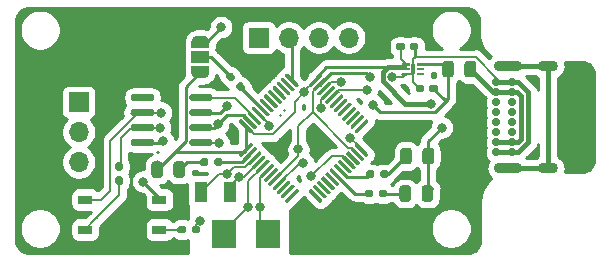
<source format=gbr>
%TF.GenerationSoftware,KiCad,Pcbnew,(5.1.10)-1*%
%TF.CreationDate,2022-11-07T23:21:46+01:00*%
%TF.ProjectId,can2usb,63616e32-7573-4622-9e6b-696361645f70,rev?*%
%TF.SameCoordinates,Original*%
%TF.FileFunction,Copper,L1,Top*%
%TF.FilePolarity,Positive*%
%FSLAX46Y46*%
G04 Gerber Fmt 4.6, Leading zero omitted, Abs format (unit mm)*
G04 Created by KiCad (PCBNEW (5.1.10)-1) date 2022-11-07 23:21:46*
%MOMM*%
%LPD*%
G01*
G04 APERTURE LIST*
%TA.AperFunction,ComponentPad*%
%ADD10O,1.700000X1.700000*%
%TD*%
%TA.AperFunction,ComponentPad*%
%ADD11R,1.700000X1.700000*%
%TD*%
%TA.AperFunction,SMDPad,CuDef*%
%ADD12R,0.300000X0.940000*%
%TD*%
%TA.AperFunction,SMDPad,CuDef*%
%ADD13R,1.000000X1.800000*%
%TD*%
%TA.AperFunction,SMDPad,CuDef*%
%ADD14R,2.000000X2.400000*%
%TD*%
%TA.AperFunction,SMDPad,CuDef*%
%ADD15R,1.200000X0.800000*%
%TD*%
%TA.AperFunction,ComponentPad*%
%ADD16O,1.700000X0.900000*%
%TD*%
%TA.AperFunction,ComponentPad*%
%ADD17O,2.400000X0.900000*%
%TD*%
%TA.AperFunction,ComponentPad*%
%ADD18C,0.700000*%
%TD*%
%TA.AperFunction,SMDPad,CuDef*%
%ADD19R,1.500000X1.000000*%
%TD*%
%TA.AperFunction,SMDPad,CuDef*%
%ADD20C,0.100000*%
%TD*%
%TA.AperFunction,ViaPad*%
%ADD21C,0.800000*%
%TD*%
%TA.AperFunction,Conductor*%
%ADD22C,0.400000*%
%TD*%
%TA.AperFunction,Conductor*%
%ADD23C,0.200000*%
%TD*%
%TA.AperFunction,Conductor*%
%ADD24C,0.250000*%
%TD*%
%TA.AperFunction,NonConductor*%
%ADD25C,0.254000*%
%TD*%
%TA.AperFunction,NonConductor*%
%ADD26C,0.100000*%
%TD*%
G04 APERTURE END LIST*
D10*
%TO.P,J2,3*%
%TO.N,GND*%
X116205000Y-84836000D03*
%TO.P,J2,2*%
%TO.N,CAN_H*%
X116205000Y-82296000D03*
D11*
%TO.P,J2,1*%
%TO.N,CAN_L*%
X116205000Y-79756000D03*
%TD*%
%TO.P,U6,1*%
%TO.N,+3V3*%
%TA.AperFunction,SMDPad,CuDef*%
G36*
G01*
X143576000Y-76656000D02*
X143576000Y-76468000D01*
G75*
G02*
X143582000Y-76462000I6000J0D01*
G01*
X144220000Y-76462000D01*
G75*
G02*
X144226000Y-76468000I0J-6000D01*
G01*
X144226000Y-76656000D01*
G75*
G02*
X144220000Y-76662000I-6000J0D01*
G01*
X143582000Y-76662000D01*
G75*
G02*
X143576000Y-76656000I0J6000D01*
G01*
G37*
%TD.AperFunction*%
%TO.P,U6,2*%
%TA.AperFunction,SMDPad,CuDef*%
G36*
G01*
X143576000Y-77056000D02*
X143576000Y-76868000D01*
G75*
G02*
X143582000Y-76862000I6000J0D01*
G01*
X144220000Y-76862000D01*
G75*
G02*
X144226000Y-76868000I0J-6000D01*
G01*
X144226000Y-77056000D01*
G75*
G02*
X144220000Y-77062000I-6000J0D01*
G01*
X143582000Y-77062000D01*
G75*
G02*
X143576000Y-77056000I0J6000D01*
G01*
G37*
%TD.AperFunction*%
%TO.P,U6,3*%
%TO.N,GND*%
%TA.AperFunction,SMDPad,CuDef*%
G36*
G01*
X143576000Y-77456000D02*
X143576000Y-77268000D01*
G75*
G02*
X143582000Y-77262000I6000J0D01*
G01*
X144220000Y-77262000D01*
G75*
G02*
X144226000Y-77268000I0J-6000D01*
G01*
X144226000Y-77456000D01*
G75*
G02*
X144220000Y-77462000I-6000J0D01*
G01*
X143582000Y-77462000D01*
G75*
G02*
X143576000Y-77456000I0J6000D01*
G01*
G37*
%TD.AperFunction*%
%TO.P,U6,4*%
%TO.N,N/C*%
%TA.AperFunction,SMDPad,CuDef*%
G36*
G01*
X144826000Y-77456000D02*
X144826000Y-77268000D01*
G75*
G02*
X144832000Y-77262000I6000J0D01*
G01*
X145470000Y-77262000D01*
G75*
G02*
X145476000Y-77268000I0J-6000D01*
G01*
X145476000Y-77456000D01*
G75*
G02*
X145470000Y-77462000I-6000J0D01*
G01*
X144832000Y-77462000D01*
G75*
G02*
X144826000Y-77456000I0J6000D01*
G01*
G37*
%TD.AperFunction*%
%TO.P,U6,5*%
%TA.AperFunction,SMDPad,CuDef*%
G36*
G01*
X144826000Y-77056000D02*
X144826000Y-76868000D01*
G75*
G02*
X144832000Y-76862000I6000J0D01*
G01*
X145470000Y-76862000D01*
G75*
G02*
X145476000Y-76868000I0J-6000D01*
G01*
X145476000Y-77056000D01*
G75*
G02*
X145470000Y-77062000I-6000J0D01*
G01*
X144832000Y-77062000D01*
G75*
G02*
X144826000Y-77056000I0J6000D01*
G01*
G37*
%TD.AperFunction*%
%TO.P,U6,6*%
%TO.N,+5V*%
%TA.AperFunction,SMDPad,CuDef*%
G36*
G01*
X144826000Y-76656000D02*
X144826000Y-76468000D01*
G75*
G02*
X144832000Y-76462000I6000J0D01*
G01*
X145470000Y-76462000D01*
G75*
G02*
X145476000Y-76468000I0J-6000D01*
G01*
X145476000Y-76656000D01*
G75*
G02*
X145470000Y-76662000I-6000J0D01*
G01*
X144832000Y-76662000D01*
G75*
G02*
X144826000Y-76656000I0J6000D01*
G01*
G37*
%TD.AperFunction*%
D12*
%TO.P,U6,7*%
%TO.N,GND*%
X144526000Y-76962000D03*
%TD*%
D13*
%TO.P,Y2,2*%
%TO.N,L_OSC_OUT*%
X129032000Y-87376000D03*
%TO.P,Y2,1*%
%TO.N,L_OSC_IN*%
X126532000Y-87376000D03*
%TD*%
D14*
%TO.P,Y1,2*%
%TO.N,OSC_OUT*%
X132207000Y-90932000D03*
%TO.P,Y1,1*%
%TO.N,OSC_IN*%
X128507000Y-90932000D03*
%TD*%
%TO.P,U3,8*%
%TO.N,GND*%
%TA.AperFunction,SMDPad,CuDef*%
G36*
G01*
X122579000Y-83035000D02*
X122579000Y-83335000D01*
G75*
G02*
X122429000Y-83485000I-150000J0D01*
G01*
X120779000Y-83485000D01*
G75*
G02*
X120629000Y-83335000I0J150000D01*
G01*
X120629000Y-83035000D01*
G75*
G02*
X120779000Y-82885000I150000J0D01*
G01*
X122429000Y-82885000D01*
G75*
G02*
X122579000Y-83035000I0J-150000D01*
G01*
G37*
%TD.AperFunction*%
%TO.P,U3,7*%
%TO.N,CAN_H*%
%TA.AperFunction,SMDPad,CuDef*%
G36*
G01*
X122579000Y-81765000D02*
X122579000Y-82065000D01*
G75*
G02*
X122429000Y-82215000I-150000J0D01*
G01*
X120779000Y-82215000D01*
G75*
G02*
X120629000Y-82065000I0J150000D01*
G01*
X120629000Y-81765000D01*
G75*
G02*
X120779000Y-81615000I150000J0D01*
G01*
X122429000Y-81615000D01*
G75*
G02*
X122579000Y-81765000I0J-150000D01*
G01*
G37*
%TD.AperFunction*%
%TO.P,U3,6*%
%TO.N,CAN_L*%
%TA.AperFunction,SMDPad,CuDef*%
G36*
G01*
X122579000Y-80495000D02*
X122579000Y-80795000D01*
G75*
G02*
X122429000Y-80945000I-150000J0D01*
G01*
X120779000Y-80945000D01*
G75*
G02*
X120629000Y-80795000I0J150000D01*
G01*
X120629000Y-80495000D01*
G75*
G02*
X120779000Y-80345000I150000J0D01*
G01*
X122429000Y-80345000D01*
G75*
G02*
X122579000Y-80495000I0J-150000D01*
G01*
G37*
%TD.AperFunction*%
%TO.P,U3,5*%
%TO.N,N/C*%
%TA.AperFunction,SMDPad,CuDef*%
G36*
G01*
X122579000Y-79225000D02*
X122579000Y-79525000D01*
G75*
G02*
X122429000Y-79675000I-150000J0D01*
G01*
X120779000Y-79675000D01*
G75*
G02*
X120629000Y-79525000I0J150000D01*
G01*
X120629000Y-79225000D01*
G75*
G02*
X120779000Y-79075000I150000J0D01*
G01*
X122429000Y-79075000D01*
G75*
G02*
X122579000Y-79225000I0J-150000D01*
G01*
G37*
%TD.AperFunction*%
%TO.P,U3,4*%
%TO.N,CAN_TX*%
%TA.AperFunction,SMDPad,CuDef*%
G36*
G01*
X127529000Y-79225000D02*
X127529000Y-79525000D01*
G75*
G02*
X127379000Y-79675000I-150000J0D01*
G01*
X125729000Y-79675000D01*
G75*
G02*
X125579000Y-79525000I0J150000D01*
G01*
X125579000Y-79225000D01*
G75*
G02*
X125729000Y-79075000I150000J0D01*
G01*
X127379000Y-79075000D01*
G75*
G02*
X127529000Y-79225000I0J-150000D01*
G01*
G37*
%TD.AperFunction*%
%TO.P,U3,3*%
%TO.N,+5V*%
%TA.AperFunction,SMDPad,CuDef*%
G36*
G01*
X127529000Y-80495000D02*
X127529000Y-80795000D01*
G75*
G02*
X127379000Y-80945000I-150000J0D01*
G01*
X125729000Y-80945000D01*
G75*
G02*
X125579000Y-80795000I0J150000D01*
G01*
X125579000Y-80495000D01*
G75*
G02*
X125729000Y-80345000I150000J0D01*
G01*
X127379000Y-80345000D01*
G75*
G02*
X127529000Y-80495000I0J-150000D01*
G01*
G37*
%TD.AperFunction*%
%TO.P,U3,2*%
%TO.N,GND*%
%TA.AperFunction,SMDPad,CuDef*%
G36*
G01*
X127529000Y-81765000D02*
X127529000Y-82065000D01*
G75*
G02*
X127379000Y-82215000I-150000J0D01*
G01*
X125729000Y-82215000D01*
G75*
G02*
X125579000Y-82065000I0J150000D01*
G01*
X125579000Y-81765000D01*
G75*
G02*
X125729000Y-81615000I150000J0D01*
G01*
X127379000Y-81615000D01*
G75*
G02*
X127529000Y-81765000I0J-150000D01*
G01*
G37*
%TD.AperFunction*%
%TO.P,U3,1*%
%TO.N,CAN_RX*%
%TA.AperFunction,SMDPad,CuDef*%
G36*
G01*
X127529000Y-83035000D02*
X127529000Y-83335000D01*
G75*
G02*
X127379000Y-83485000I-150000J0D01*
G01*
X125729000Y-83485000D01*
G75*
G02*
X125579000Y-83335000I0J150000D01*
G01*
X125579000Y-83035000D01*
G75*
G02*
X125729000Y-82885000I150000J0D01*
G01*
X127379000Y-82885000D01*
G75*
G02*
X127529000Y-83035000I0J-150000D01*
G01*
G37*
%TD.AperFunction*%
%TD*%
D15*
%TO.P,U2,1*%
%TO.N,Net-(R5-Pad2)*%
X123038000Y-90551000D03*
%TO.P,U2,4*%
%TO.N,CAN_L*%
X116738000Y-88011000D03*
%TO.P,U2,3*%
%TO.N,GND*%
X123038000Y-88011000D03*
%TO.P,U2,6*%
%TO.N,Net-(R_Terminator1-Pad2)*%
X116738000Y-90551000D03*
%TD*%
%TO.P,U1,48*%
%TO.N,+3V3*%
%TA.AperFunction,SMDPad,CuDef*%
G36*
G01*
X130729516Y-82379736D02*
X129792600Y-81442820D01*
G75*
G02*
X129792600Y-81336754I53033J53033D01*
G01*
X129898666Y-81230688D01*
G75*
G02*
X130004732Y-81230688I53033J-53033D01*
G01*
X130941648Y-82167604D01*
G75*
G02*
X130941648Y-82273670I-53033J-53033D01*
G01*
X130835582Y-82379736D01*
G75*
G02*
X130729516Y-82379736I-53033J53033D01*
G01*
G37*
%TD.AperFunction*%
%TO.P,U1,47*%
%TO.N,GND*%
%TA.AperFunction,SMDPad,CuDef*%
G36*
G01*
X131083070Y-82026182D02*
X130146154Y-81089266D01*
G75*
G02*
X130146154Y-80983200I53033J53033D01*
G01*
X130252220Y-80877134D01*
G75*
G02*
X130358286Y-80877134I53033J-53033D01*
G01*
X131295202Y-81814050D01*
G75*
G02*
X131295202Y-81920116I-53033J-53033D01*
G01*
X131189136Y-82026182D01*
G75*
G02*
X131083070Y-82026182I-53033J53033D01*
G01*
G37*
%TD.AperFunction*%
%TO.P,U1,46*%
%TO.N,CAN_TX*%
%TA.AperFunction,SMDPad,CuDef*%
G36*
G01*
X131436623Y-81672629D02*
X130499707Y-80735713D01*
G75*
G02*
X130499707Y-80629647I53033J53033D01*
G01*
X130605773Y-80523581D01*
G75*
G02*
X130711839Y-80523581I53033J-53033D01*
G01*
X131648755Y-81460497D01*
G75*
G02*
X131648755Y-81566563I-53033J-53033D01*
G01*
X131542689Y-81672629D01*
G75*
G02*
X131436623Y-81672629I-53033J53033D01*
G01*
G37*
%TD.AperFunction*%
%TO.P,U1,45*%
%TO.N,CAN_RX*%
%TA.AperFunction,SMDPad,CuDef*%
G36*
G01*
X131790177Y-81319075D02*
X130853261Y-80382159D01*
G75*
G02*
X130853261Y-80276093I53033J53033D01*
G01*
X130959327Y-80170027D01*
G75*
G02*
X131065393Y-80170027I53033J-53033D01*
G01*
X132002309Y-81106943D01*
G75*
G02*
X132002309Y-81213009I-53033J-53033D01*
G01*
X131896243Y-81319075D01*
G75*
G02*
X131790177Y-81319075I-53033J53033D01*
G01*
G37*
%TD.AperFunction*%
%TO.P,U1,44*%
%TO.N,BOOT0*%
%TA.AperFunction,SMDPad,CuDef*%
G36*
G01*
X132143730Y-80965522D02*
X131206814Y-80028606D01*
G75*
G02*
X131206814Y-79922540I53033J53033D01*
G01*
X131312880Y-79816474D01*
G75*
G02*
X131418946Y-79816474I53033J-53033D01*
G01*
X132355862Y-80753390D01*
G75*
G02*
X132355862Y-80859456I-53033J-53033D01*
G01*
X132249796Y-80965522D01*
G75*
G02*
X132143730Y-80965522I-53033J53033D01*
G01*
G37*
%TD.AperFunction*%
%TO.P,U1,43*%
%TO.N,N/C*%
%TA.AperFunction,SMDPad,CuDef*%
G36*
G01*
X132497283Y-80611969D02*
X131560367Y-79675053D01*
G75*
G02*
X131560367Y-79568987I53033J53033D01*
G01*
X131666433Y-79462921D01*
G75*
G02*
X131772499Y-79462921I53033J-53033D01*
G01*
X132709415Y-80399837D01*
G75*
G02*
X132709415Y-80505903I-53033J-53033D01*
G01*
X132603349Y-80611969D01*
G75*
G02*
X132497283Y-80611969I-53033J53033D01*
G01*
G37*
%TD.AperFunction*%
%TO.P,U1,42*%
%TA.AperFunction,SMDPad,CuDef*%
G36*
G01*
X132850837Y-80258415D02*
X131913921Y-79321499D01*
G75*
G02*
X131913921Y-79215433I53033J53033D01*
G01*
X132019987Y-79109367D01*
G75*
G02*
X132126053Y-79109367I53033J-53033D01*
G01*
X133062969Y-80046283D01*
G75*
G02*
X133062969Y-80152349I-53033J-53033D01*
G01*
X132956903Y-80258415D01*
G75*
G02*
X132850837Y-80258415I-53033J53033D01*
G01*
G37*
%TD.AperFunction*%
%TO.P,U1,41*%
%TA.AperFunction,SMDPad,CuDef*%
G36*
G01*
X133204390Y-79904862D02*
X132267474Y-78967946D01*
G75*
G02*
X132267474Y-78861880I53033J53033D01*
G01*
X132373540Y-78755814D01*
G75*
G02*
X132479606Y-78755814I53033J-53033D01*
G01*
X133416522Y-79692730D01*
G75*
G02*
X133416522Y-79798796I-53033J-53033D01*
G01*
X133310456Y-79904862D01*
G75*
G02*
X133204390Y-79904862I-53033J53033D01*
G01*
G37*
%TD.AperFunction*%
%TO.P,U1,40*%
%TA.AperFunction,SMDPad,CuDef*%
G36*
G01*
X133557943Y-79551309D02*
X132621027Y-78614393D01*
G75*
G02*
X132621027Y-78508327I53033J53033D01*
G01*
X132727093Y-78402261D01*
G75*
G02*
X132833159Y-78402261I53033J-53033D01*
G01*
X133770075Y-79339177D01*
G75*
G02*
X133770075Y-79445243I-53033J-53033D01*
G01*
X133664009Y-79551309D01*
G75*
G02*
X133557943Y-79551309I-53033J53033D01*
G01*
G37*
%TD.AperFunction*%
%TO.P,U1,39*%
%TA.AperFunction,SMDPad,CuDef*%
G36*
G01*
X133911497Y-79197755D02*
X132974581Y-78260839D01*
G75*
G02*
X132974581Y-78154773I53033J53033D01*
G01*
X133080647Y-78048707D01*
G75*
G02*
X133186713Y-78048707I53033J-53033D01*
G01*
X134123629Y-78985623D01*
G75*
G02*
X134123629Y-79091689I-53033J-53033D01*
G01*
X134017563Y-79197755D01*
G75*
G02*
X133911497Y-79197755I-53033J53033D01*
G01*
G37*
%TD.AperFunction*%
%TO.P,U1,38*%
%TA.AperFunction,SMDPad,CuDef*%
G36*
G01*
X134265050Y-78844202D02*
X133328134Y-77907286D01*
G75*
G02*
X133328134Y-77801220I53033J53033D01*
G01*
X133434200Y-77695154D01*
G75*
G02*
X133540266Y-77695154I53033J-53033D01*
G01*
X134477182Y-78632070D01*
G75*
G02*
X134477182Y-78738136I-53033J-53033D01*
G01*
X134371116Y-78844202D01*
G75*
G02*
X134265050Y-78844202I-53033J53033D01*
G01*
G37*
%TD.AperFunction*%
%TO.P,U1,37*%
%TO.N,SWCLK*%
%TA.AperFunction,SMDPad,CuDef*%
G36*
G01*
X134618604Y-78490648D02*
X133681688Y-77553732D01*
G75*
G02*
X133681688Y-77447666I53033J53033D01*
G01*
X133787754Y-77341600D01*
G75*
G02*
X133893820Y-77341600I53033J-53033D01*
G01*
X134830736Y-78278516D01*
G75*
G02*
X134830736Y-78384582I-53033J-53033D01*
G01*
X134724670Y-78490648D01*
G75*
G02*
X134618604Y-78490648I-53033J53033D01*
G01*
G37*
%TD.AperFunction*%
%TO.P,U1,36*%
%TO.N,+3V3*%
%TA.AperFunction,SMDPad,CuDef*%
G36*
G01*
X135785330Y-78490648D02*
X135679264Y-78384582D01*
G75*
G02*
X135679264Y-78278516I53033J53033D01*
G01*
X136616180Y-77341600D01*
G75*
G02*
X136722246Y-77341600I53033J-53033D01*
G01*
X136828312Y-77447666D01*
G75*
G02*
X136828312Y-77553732I-53033J-53033D01*
G01*
X135891396Y-78490648D01*
G75*
G02*
X135785330Y-78490648I-53033J53033D01*
G01*
G37*
%TD.AperFunction*%
%TO.P,U1,35*%
%TO.N,GND*%
%TA.AperFunction,SMDPad,CuDef*%
G36*
G01*
X136138884Y-78844202D02*
X136032818Y-78738136D01*
G75*
G02*
X136032818Y-78632070I53033J53033D01*
G01*
X136969734Y-77695154D01*
G75*
G02*
X137075800Y-77695154I53033J-53033D01*
G01*
X137181866Y-77801220D01*
G75*
G02*
X137181866Y-77907286I-53033J-53033D01*
G01*
X136244950Y-78844202D01*
G75*
G02*
X136138884Y-78844202I-53033J53033D01*
G01*
G37*
%TD.AperFunction*%
%TO.P,U1,34*%
%TO.N,SWDIO*%
%TA.AperFunction,SMDPad,CuDef*%
G36*
G01*
X136492437Y-79197755D02*
X136386371Y-79091689D01*
G75*
G02*
X136386371Y-78985623I53033J53033D01*
G01*
X137323287Y-78048707D01*
G75*
G02*
X137429353Y-78048707I53033J-53033D01*
G01*
X137535419Y-78154773D01*
G75*
G02*
X137535419Y-78260839I-53033J-53033D01*
G01*
X136598503Y-79197755D01*
G75*
G02*
X136492437Y-79197755I-53033J53033D01*
G01*
G37*
%TD.AperFunction*%
%TO.P,U1,33*%
%TO.N,USB_D+*%
%TA.AperFunction,SMDPad,CuDef*%
G36*
G01*
X136845991Y-79551309D02*
X136739925Y-79445243D01*
G75*
G02*
X136739925Y-79339177I53033J53033D01*
G01*
X137676841Y-78402261D01*
G75*
G02*
X137782907Y-78402261I53033J-53033D01*
G01*
X137888973Y-78508327D01*
G75*
G02*
X137888973Y-78614393I-53033J-53033D01*
G01*
X136952057Y-79551309D01*
G75*
G02*
X136845991Y-79551309I-53033J53033D01*
G01*
G37*
%TD.AperFunction*%
%TO.P,U1,32*%
%TO.N,USB_D-*%
%TA.AperFunction,SMDPad,CuDef*%
G36*
G01*
X137199544Y-79904862D02*
X137093478Y-79798796D01*
G75*
G02*
X137093478Y-79692730I53033J53033D01*
G01*
X138030394Y-78755814D01*
G75*
G02*
X138136460Y-78755814I53033J-53033D01*
G01*
X138242526Y-78861880D01*
G75*
G02*
X138242526Y-78967946I-53033J-53033D01*
G01*
X137305610Y-79904862D01*
G75*
G02*
X137199544Y-79904862I-53033J53033D01*
G01*
G37*
%TD.AperFunction*%
%TO.P,U1,31*%
%TO.N,N/C*%
%TA.AperFunction,SMDPad,CuDef*%
G36*
G01*
X137553097Y-80258415D02*
X137447031Y-80152349D01*
G75*
G02*
X137447031Y-80046283I53033J53033D01*
G01*
X138383947Y-79109367D01*
G75*
G02*
X138490013Y-79109367I53033J-53033D01*
G01*
X138596079Y-79215433D01*
G75*
G02*
X138596079Y-79321499I-53033J-53033D01*
G01*
X137659163Y-80258415D01*
G75*
G02*
X137553097Y-80258415I-53033J53033D01*
G01*
G37*
%TD.AperFunction*%
%TO.P,U1,30*%
%TA.AperFunction,SMDPad,CuDef*%
G36*
G01*
X137906651Y-80611969D02*
X137800585Y-80505903D01*
G75*
G02*
X137800585Y-80399837I53033J53033D01*
G01*
X138737501Y-79462921D01*
G75*
G02*
X138843567Y-79462921I53033J-53033D01*
G01*
X138949633Y-79568987D01*
G75*
G02*
X138949633Y-79675053I-53033J-53033D01*
G01*
X138012717Y-80611969D01*
G75*
G02*
X137906651Y-80611969I-53033J53033D01*
G01*
G37*
%TD.AperFunction*%
%TO.P,U1,29*%
%TA.AperFunction,SMDPad,CuDef*%
G36*
G01*
X138260204Y-80965522D02*
X138154138Y-80859456D01*
G75*
G02*
X138154138Y-80753390I53033J53033D01*
G01*
X139091054Y-79816474D01*
G75*
G02*
X139197120Y-79816474I53033J-53033D01*
G01*
X139303186Y-79922540D01*
G75*
G02*
X139303186Y-80028606I-53033J-53033D01*
G01*
X138366270Y-80965522D01*
G75*
G02*
X138260204Y-80965522I-53033J53033D01*
G01*
G37*
%TD.AperFunction*%
%TO.P,U1,28*%
%TA.AperFunction,SMDPad,CuDef*%
G36*
G01*
X138613757Y-81319075D02*
X138507691Y-81213009D01*
G75*
G02*
X138507691Y-81106943I53033J53033D01*
G01*
X139444607Y-80170027D01*
G75*
G02*
X139550673Y-80170027I53033J-53033D01*
G01*
X139656739Y-80276093D01*
G75*
G02*
X139656739Y-80382159I-53033J-53033D01*
G01*
X138719823Y-81319075D01*
G75*
G02*
X138613757Y-81319075I-53033J53033D01*
G01*
G37*
%TD.AperFunction*%
%TO.P,U1,27*%
%TA.AperFunction,SMDPad,CuDef*%
G36*
G01*
X138967311Y-81672629D02*
X138861245Y-81566563D01*
G75*
G02*
X138861245Y-81460497I53033J53033D01*
G01*
X139798161Y-80523581D01*
G75*
G02*
X139904227Y-80523581I53033J-53033D01*
G01*
X140010293Y-80629647D01*
G75*
G02*
X140010293Y-80735713I-53033J-53033D01*
G01*
X139073377Y-81672629D01*
G75*
G02*
X138967311Y-81672629I-53033J53033D01*
G01*
G37*
%TD.AperFunction*%
%TO.P,U1,26*%
%TA.AperFunction,SMDPad,CuDef*%
G36*
G01*
X139320864Y-82026182D02*
X139214798Y-81920116D01*
G75*
G02*
X139214798Y-81814050I53033J53033D01*
G01*
X140151714Y-80877134D01*
G75*
G02*
X140257780Y-80877134I53033J-53033D01*
G01*
X140363846Y-80983200D01*
G75*
G02*
X140363846Y-81089266I-53033J-53033D01*
G01*
X139426930Y-82026182D01*
G75*
G02*
X139320864Y-82026182I-53033J53033D01*
G01*
G37*
%TD.AperFunction*%
%TO.P,U1,25*%
%TA.AperFunction,SMDPad,CuDef*%
G36*
G01*
X139674418Y-82379736D02*
X139568352Y-82273670D01*
G75*
G02*
X139568352Y-82167604I53033J53033D01*
G01*
X140505268Y-81230688D01*
G75*
G02*
X140611334Y-81230688I53033J-53033D01*
G01*
X140717400Y-81336754D01*
G75*
G02*
X140717400Y-81442820I-53033J-53033D01*
G01*
X139780484Y-82379736D01*
G75*
G02*
X139674418Y-82379736I-53033J53033D01*
G01*
G37*
%TD.AperFunction*%
%TO.P,U1,24*%
%TO.N,+3V3*%
%TA.AperFunction,SMDPad,CuDef*%
G36*
G01*
X140505268Y-84377312D02*
X139568352Y-83440396D01*
G75*
G02*
X139568352Y-83334330I53033J53033D01*
G01*
X139674418Y-83228264D01*
G75*
G02*
X139780484Y-83228264I53033J-53033D01*
G01*
X140717400Y-84165180D01*
G75*
G02*
X140717400Y-84271246I-53033J-53033D01*
G01*
X140611334Y-84377312D01*
G75*
G02*
X140505268Y-84377312I-53033J53033D01*
G01*
G37*
%TD.AperFunction*%
%TO.P,U1,23*%
%TO.N,GND*%
%TA.AperFunction,SMDPad,CuDef*%
G36*
G01*
X140151714Y-84730866D02*
X139214798Y-83793950D01*
G75*
G02*
X139214798Y-83687884I53033J53033D01*
G01*
X139320864Y-83581818D01*
G75*
G02*
X139426930Y-83581818I53033J-53033D01*
G01*
X140363846Y-84518734D01*
G75*
G02*
X140363846Y-84624800I-53033J-53033D01*
G01*
X140257780Y-84730866D01*
G75*
G02*
X140151714Y-84730866I-53033J53033D01*
G01*
G37*
%TD.AperFunction*%
%TO.P,U1,22*%
%TO.N,N/C*%
%TA.AperFunction,SMDPad,CuDef*%
G36*
G01*
X139798161Y-85084419D02*
X138861245Y-84147503D01*
G75*
G02*
X138861245Y-84041437I53033J53033D01*
G01*
X138967311Y-83935371D01*
G75*
G02*
X139073377Y-83935371I53033J-53033D01*
G01*
X140010293Y-84872287D01*
G75*
G02*
X140010293Y-84978353I-53033J-53033D01*
G01*
X139904227Y-85084419D01*
G75*
G02*
X139798161Y-85084419I-53033J53033D01*
G01*
G37*
%TD.AperFunction*%
%TO.P,U1,21*%
%TO.N,TERMINATOR_SW*%
%TA.AperFunction,SMDPad,CuDef*%
G36*
G01*
X139444607Y-85437973D02*
X138507691Y-84501057D01*
G75*
G02*
X138507691Y-84394991I53033J53033D01*
G01*
X138613757Y-84288925D01*
G75*
G02*
X138719823Y-84288925I53033J-53033D01*
G01*
X139656739Y-85225841D01*
G75*
G02*
X139656739Y-85331907I-53033J-53033D01*
G01*
X139550673Y-85437973D01*
G75*
G02*
X139444607Y-85437973I-53033J53033D01*
G01*
G37*
%TD.AperFunction*%
%TO.P,U1,20*%
%TO.N,N/C*%
%TA.AperFunction,SMDPad,CuDef*%
G36*
G01*
X139091054Y-85791526D02*
X138154138Y-84854610D01*
G75*
G02*
X138154138Y-84748544I53033J53033D01*
G01*
X138260204Y-84642478D01*
G75*
G02*
X138366270Y-84642478I53033J-53033D01*
G01*
X139303186Y-85579394D01*
G75*
G02*
X139303186Y-85685460I-53033J-53033D01*
G01*
X139197120Y-85791526D01*
G75*
G02*
X139091054Y-85791526I-53033J53033D01*
G01*
G37*
%TD.AperFunction*%
%TO.P,U1,19*%
%TO.N,UART_LED*%
%TA.AperFunction,SMDPad,CuDef*%
G36*
G01*
X138737501Y-86145079D02*
X137800585Y-85208163D01*
G75*
G02*
X137800585Y-85102097I53033J53033D01*
G01*
X137906651Y-84996031D01*
G75*
G02*
X138012717Y-84996031I53033J-53033D01*
G01*
X138949633Y-85932947D01*
G75*
G02*
X138949633Y-86039013I-53033J-53033D01*
G01*
X138843567Y-86145079D01*
G75*
G02*
X138737501Y-86145079I-53033J53033D01*
G01*
G37*
%TD.AperFunction*%
%TO.P,U1,18*%
%TO.N,CAN_LED*%
%TA.AperFunction,SMDPad,CuDef*%
G36*
G01*
X138383947Y-86498633D02*
X137447031Y-85561717D01*
G75*
G02*
X137447031Y-85455651I53033J53033D01*
G01*
X137553097Y-85349585D01*
G75*
G02*
X137659163Y-85349585I53033J-53033D01*
G01*
X138596079Y-86286501D01*
G75*
G02*
X138596079Y-86392567I-53033J-53033D01*
G01*
X138490013Y-86498633D01*
G75*
G02*
X138383947Y-86498633I-53033J53033D01*
G01*
G37*
%TD.AperFunction*%
%TO.P,U1,17*%
%TO.N,N/C*%
%TA.AperFunction,SMDPad,CuDef*%
G36*
G01*
X138030394Y-86852186D02*
X137093478Y-85915270D01*
G75*
G02*
X137093478Y-85809204I53033J53033D01*
G01*
X137199544Y-85703138D01*
G75*
G02*
X137305610Y-85703138I53033J-53033D01*
G01*
X138242526Y-86640054D01*
G75*
G02*
X138242526Y-86746120I-53033J-53033D01*
G01*
X138136460Y-86852186D01*
G75*
G02*
X138030394Y-86852186I-53033J53033D01*
G01*
G37*
%TD.AperFunction*%
%TO.P,U1,16*%
%TA.AperFunction,SMDPad,CuDef*%
G36*
G01*
X137676841Y-87205739D02*
X136739925Y-86268823D01*
G75*
G02*
X136739925Y-86162757I53033J53033D01*
G01*
X136845991Y-86056691D01*
G75*
G02*
X136952057Y-86056691I53033J-53033D01*
G01*
X137888973Y-86993607D01*
G75*
G02*
X137888973Y-87099673I-53033J-53033D01*
G01*
X137782907Y-87205739D01*
G75*
G02*
X137676841Y-87205739I-53033J53033D01*
G01*
G37*
%TD.AperFunction*%
%TO.P,U1,15*%
%TA.AperFunction,SMDPad,CuDef*%
G36*
G01*
X137323287Y-87559293D02*
X136386371Y-86622377D01*
G75*
G02*
X136386371Y-86516311I53033J53033D01*
G01*
X136492437Y-86410245D01*
G75*
G02*
X136598503Y-86410245I53033J-53033D01*
G01*
X137535419Y-87347161D01*
G75*
G02*
X137535419Y-87453227I-53033J-53033D01*
G01*
X137429353Y-87559293D01*
G75*
G02*
X137323287Y-87559293I-53033J53033D01*
G01*
G37*
%TD.AperFunction*%
%TO.P,U1,14*%
%TA.AperFunction,SMDPad,CuDef*%
G36*
G01*
X136969734Y-87912846D02*
X136032818Y-86975930D01*
G75*
G02*
X136032818Y-86869864I53033J53033D01*
G01*
X136138884Y-86763798D01*
G75*
G02*
X136244950Y-86763798I53033J-53033D01*
G01*
X137181866Y-87700714D01*
G75*
G02*
X137181866Y-87806780I-53033J-53033D01*
G01*
X137075800Y-87912846D01*
G75*
G02*
X136969734Y-87912846I-53033J53033D01*
G01*
G37*
%TD.AperFunction*%
%TO.P,U1,13*%
%TA.AperFunction,SMDPad,CuDef*%
G36*
G01*
X136616180Y-88266400D02*
X135679264Y-87329484D01*
G75*
G02*
X135679264Y-87223418I53033J53033D01*
G01*
X135785330Y-87117352D01*
G75*
G02*
X135891396Y-87117352I53033J-53033D01*
G01*
X136828312Y-88054268D01*
G75*
G02*
X136828312Y-88160334I-53033J-53033D01*
G01*
X136722246Y-88266400D01*
G75*
G02*
X136616180Y-88266400I-53033J53033D01*
G01*
G37*
%TD.AperFunction*%
%TO.P,U1,12*%
%TA.AperFunction,SMDPad,CuDef*%
G36*
G01*
X133787754Y-88266400D02*
X133681688Y-88160334D01*
G75*
G02*
X133681688Y-88054268I53033J53033D01*
G01*
X134618604Y-87117352D01*
G75*
G02*
X134724670Y-87117352I53033J-53033D01*
G01*
X134830736Y-87223418D01*
G75*
G02*
X134830736Y-87329484I-53033J-53033D01*
G01*
X133893820Y-88266400D01*
G75*
G02*
X133787754Y-88266400I-53033J53033D01*
G01*
G37*
%TD.AperFunction*%
%TO.P,U1,11*%
%TA.AperFunction,SMDPad,CuDef*%
G36*
G01*
X133434200Y-87912846D02*
X133328134Y-87806780D01*
G75*
G02*
X133328134Y-87700714I53033J53033D01*
G01*
X134265050Y-86763798D01*
G75*
G02*
X134371116Y-86763798I53033J-53033D01*
G01*
X134477182Y-86869864D01*
G75*
G02*
X134477182Y-86975930I-53033J-53033D01*
G01*
X133540266Y-87912846D01*
G75*
G02*
X133434200Y-87912846I-53033J53033D01*
G01*
G37*
%TD.AperFunction*%
%TO.P,U1,10*%
%TA.AperFunction,SMDPad,CuDef*%
G36*
G01*
X133080647Y-87559293D02*
X132974581Y-87453227D01*
G75*
G02*
X132974581Y-87347161I53033J53033D01*
G01*
X133911497Y-86410245D01*
G75*
G02*
X134017563Y-86410245I53033J-53033D01*
G01*
X134123629Y-86516311D01*
G75*
G02*
X134123629Y-86622377I-53033J-53033D01*
G01*
X133186713Y-87559293D01*
G75*
G02*
X133080647Y-87559293I-53033J53033D01*
G01*
G37*
%TD.AperFunction*%
%TO.P,U1,9*%
%TO.N,+3V3*%
%TA.AperFunction,SMDPad,CuDef*%
G36*
G01*
X132727093Y-87205739D02*
X132621027Y-87099673D01*
G75*
G02*
X132621027Y-86993607I53033J53033D01*
G01*
X133557943Y-86056691D01*
G75*
G02*
X133664009Y-86056691I53033J-53033D01*
G01*
X133770075Y-86162757D01*
G75*
G02*
X133770075Y-86268823I-53033J-53033D01*
G01*
X132833159Y-87205739D01*
G75*
G02*
X132727093Y-87205739I-53033J53033D01*
G01*
G37*
%TD.AperFunction*%
%TO.P,U1,8*%
%TO.N,GND*%
%TA.AperFunction,SMDPad,CuDef*%
G36*
G01*
X132373540Y-86852186D02*
X132267474Y-86746120D01*
G75*
G02*
X132267474Y-86640054I53033J53033D01*
G01*
X133204390Y-85703138D01*
G75*
G02*
X133310456Y-85703138I53033J-53033D01*
G01*
X133416522Y-85809204D01*
G75*
G02*
X133416522Y-85915270I-53033J-53033D01*
G01*
X132479606Y-86852186D01*
G75*
G02*
X132373540Y-86852186I-53033J53033D01*
G01*
G37*
%TD.AperFunction*%
%TO.P,U1,7*%
%TO.N,N/C*%
%TA.AperFunction,SMDPad,CuDef*%
G36*
G01*
X132019987Y-86498633D02*
X131913921Y-86392567D01*
G75*
G02*
X131913921Y-86286501I53033J53033D01*
G01*
X132850837Y-85349585D01*
G75*
G02*
X132956903Y-85349585I53033J-53033D01*
G01*
X133062969Y-85455651D01*
G75*
G02*
X133062969Y-85561717I-53033J-53033D01*
G01*
X132126053Y-86498633D01*
G75*
G02*
X132019987Y-86498633I-53033J53033D01*
G01*
G37*
%TD.AperFunction*%
%TO.P,U1,6*%
%TO.N,OSC_OUT*%
%TA.AperFunction,SMDPad,CuDef*%
G36*
G01*
X131666433Y-86145079D02*
X131560367Y-86039013D01*
G75*
G02*
X131560367Y-85932947I53033J53033D01*
G01*
X132497283Y-84996031D01*
G75*
G02*
X132603349Y-84996031I53033J-53033D01*
G01*
X132709415Y-85102097D01*
G75*
G02*
X132709415Y-85208163I-53033J-53033D01*
G01*
X131772499Y-86145079D01*
G75*
G02*
X131666433Y-86145079I-53033J53033D01*
G01*
G37*
%TD.AperFunction*%
%TO.P,U1,5*%
%TO.N,OSC_IN*%
%TA.AperFunction,SMDPad,CuDef*%
G36*
G01*
X131312880Y-85791526D02*
X131206814Y-85685460D01*
G75*
G02*
X131206814Y-85579394I53033J53033D01*
G01*
X132143730Y-84642478D01*
G75*
G02*
X132249796Y-84642478I53033J-53033D01*
G01*
X132355862Y-84748544D01*
G75*
G02*
X132355862Y-84854610I-53033J-53033D01*
G01*
X131418946Y-85791526D01*
G75*
G02*
X131312880Y-85791526I-53033J53033D01*
G01*
G37*
%TD.AperFunction*%
%TO.P,U1,4*%
%TO.N,L_OSC_OUT*%
%TA.AperFunction,SMDPad,CuDef*%
G36*
G01*
X130959327Y-85437973D02*
X130853261Y-85331907D01*
G75*
G02*
X130853261Y-85225841I53033J53033D01*
G01*
X131790177Y-84288925D01*
G75*
G02*
X131896243Y-84288925I53033J-53033D01*
G01*
X132002309Y-84394991D01*
G75*
G02*
X132002309Y-84501057I-53033J-53033D01*
G01*
X131065393Y-85437973D01*
G75*
G02*
X130959327Y-85437973I-53033J53033D01*
G01*
G37*
%TD.AperFunction*%
%TO.P,U1,3*%
%TO.N,L_OSC_IN*%
%TA.AperFunction,SMDPad,CuDef*%
G36*
G01*
X130605773Y-85084419D02*
X130499707Y-84978353D01*
G75*
G02*
X130499707Y-84872287I53033J53033D01*
G01*
X131436623Y-83935371D01*
G75*
G02*
X131542689Y-83935371I53033J-53033D01*
G01*
X131648755Y-84041437D01*
G75*
G02*
X131648755Y-84147503I-53033J-53033D01*
G01*
X130711839Y-85084419D01*
G75*
G02*
X130605773Y-85084419I-53033J53033D01*
G01*
G37*
%TD.AperFunction*%
%TO.P,U1,2*%
%TO.N,B_LED*%
%TA.AperFunction,SMDPad,CuDef*%
G36*
G01*
X130252220Y-84730866D02*
X130146154Y-84624800D01*
G75*
G02*
X130146154Y-84518734I53033J53033D01*
G01*
X131083070Y-83581818D01*
G75*
G02*
X131189136Y-83581818I53033J-53033D01*
G01*
X131295202Y-83687884D01*
G75*
G02*
X131295202Y-83793950I-53033J-53033D01*
G01*
X130358286Y-84730866D01*
G75*
G02*
X130252220Y-84730866I-53033J53033D01*
G01*
G37*
%TD.AperFunction*%
%TO.P,U1,1*%
%TO.N,+3V3*%
%TA.AperFunction,SMDPad,CuDef*%
G36*
G01*
X129898666Y-84377312D02*
X129792600Y-84271246D01*
G75*
G02*
X129792600Y-84165180I53033J53033D01*
G01*
X130729516Y-83228264D01*
G75*
G02*
X130835582Y-83228264I53033J-53033D01*
G01*
X130941648Y-83334330D01*
G75*
G02*
X130941648Y-83440396I-53033J-53033D01*
G01*
X130004732Y-84377312D01*
G75*
G02*
X129898666Y-84377312I-53033J53033D01*
G01*
G37*
%TD.AperFunction*%
%TD*%
%TO.P,CAN_T,2*%
%TO.N,Net-(R_Terminator1-Pad2)*%
%TA.AperFunction,SMDPad,CuDef*%
G36*
G01*
X119474000Y-86054500D02*
X119794000Y-86054500D01*
G75*
G02*
X119954000Y-86214500I0J-160000D01*
G01*
X119954000Y-86609500D01*
G75*
G02*
X119794000Y-86769500I-160000J0D01*
G01*
X119474000Y-86769500D01*
G75*
G02*
X119314000Y-86609500I0J160000D01*
G01*
X119314000Y-86214500D01*
G75*
G02*
X119474000Y-86054500I160000J0D01*
G01*
G37*
%TD.AperFunction*%
%TO.P,CAN_T,1*%
%TO.N,CAN_H*%
%TA.AperFunction,SMDPad,CuDef*%
G36*
G01*
X119474000Y-84859500D02*
X119794000Y-84859500D01*
G75*
G02*
X119954000Y-85019500I0J-160000D01*
G01*
X119954000Y-85414500D01*
G75*
G02*
X119794000Y-85574500I-160000J0D01*
G01*
X119474000Y-85574500D01*
G75*
G02*
X119314000Y-85414500I0J160000D01*
G01*
X119314000Y-85019500D01*
G75*
G02*
X119474000Y-84859500I160000J0D01*
G01*
G37*
%TD.AperFunction*%
%TD*%
%TO.P,R8,2*%
%TO.N,Net-(JP1-Pad2)*%
%TA.AperFunction,SMDPad,CuDef*%
G36*
G01*
X129419932Y-77758658D02*
X129193658Y-77984932D01*
G75*
G02*
X128967384Y-77984932I-113137J113137D01*
G01*
X128688076Y-77705624D01*
G75*
G02*
X128688076Y-77479350I113137J113137D01*
G01*
X128914350Y-77253076D01*
G75*
G02*
X129140624Y-77253076I113137J-113137D01*
G01*
X129419932Y-77532384D01*
G75*
G02*
X129419932Y-77758658I-113137J-113137D01*
G01*
G37*
%TD.AperFunction*%
%TO.P,R8,1*%
%TO.N,BOOT0*%
%TA.AperFunction,SMDPad,CuDef*%
G36*
G01*
X130264924Y-78603650D02*
X130038650Y-78829924D01*
G75*
G02*
X129812376Y-78829924I-113137J113137D01*
G01*
X129533068Y-78550616D01*
G75*
G02*
X129533068Y-78324342I113137J113137D01*
G01*
X129759342Y-78098068D01*
G75*
G02*
X129985616Y-78098068I113137J-113137D01*
G01*
X130264924Y-78377376D01*
G75*
G02*
X130264924Y-78603650I-113137J-113137D01*
G01*
G37*
%TD.AperFunction*%
%TD*%
%TO.P,R5,2*%
%TO.N,Net-(R5-Pad2)*%
%TA.AperFunction,SMDPad,CuDef*%
G36*
G01*
X125273500Y-90391000D02*
X125273500Y-90711000D01*
G75*
G02*
X125113500Y-90871000I-160000J0D01*
G01*
X124718500Y-90871000D01*
G75*
G02*
X124558500Y-90711000I0J160000D01*
G01*
X124558500Y-90391000D01*
G75*
G02*
X124718500Y-90231000I160000J0D01*
G01*
X125113500Y-90231000D01*
G75*
G02*
X125273500Y-90391000I0J-160000D01*
G01*
G37*
%TD.AperFunction*%
%TO.P,R5,1*%
%TO.N,TERMINATOR_SW*%
%TA.AperFunction,SMDPad,CuDef*%
G36*
G01*
X126468500Y-90391000D02*
X126468500Y-90711000D01*
G75*
G02*
X126308500Y-90871000I-160000J0D01*
G01*
X125913500Y-90871000D01*
G75*
G02*
X125753500Y-90711000I0J160000D01*
G01*
X125753500Y-90391000D01*
G75*
G02*
X125913500Y-90231000I160000J0D01*
G01*
X126308500Y-90231000D01*
G75*
G02*
X126468500Y-90391000I0J-160000D01*
G01*
G37*
%TD.AperFunction*%
%TD*%
%TO.P,R4,2*%
%TO.N,B_LED*%
%TA.AperFunction,SMDPad,CuDef*%
G36*
G01*
X127658500Y-84996000D02*
X127658500Y-84676000D01*
G75*
G02*
X127818500Y-84516000I160000J0D01*
G01*
X128213500Y-84516000D01*
G75*
G02*
X128373500Y-84676000I0J-160000D01*
G01*
X128373500Y-84996000D01*
G75*
G02*
X128213500Y-85156000I-160000J0D01*
G01*
X127818500Y-85156000D01*
G75*
G02*
X127658500Y-84996000I0J160000D01*
G01*
G37*
%TD.AperFunction*%
%TO.P,R4,1*%
%TO.N,Net-(D3-Pad1)*%
%TA.AperFunction,SMDPad,CuDef*%
G36*
G01*
X126463500Y-84996000D02*
X126463500Y-84676000D01*
G75*
G02*
X126623500Y-84516000I160000J0D01*
G01*
X127018500Y-84516000D01*
G75*
G02*
X127178500Y-84676000I0J-160000D01*
G01*
X127178500Y-84996000D01*
G75*
G02*
X127018500Y-85156000I-160000J0D01*
G01*
X126623500Y-85156000D01*
G75*
G02*
X126463500Y-84996000I0J160000D01*
G01*
G37*
%TD.AperFunction*%
%TD*%
%TO.P,R3,2*%
%TO.N,UART_LED*%
%TA.AperFunction,SMDPad,CuDef*%
G36*
G01*
X141238000Y-85692000D02*
X141238000Y-86012000D01*
G75*
G02*
X141078000Y-86172000I-160000J0D01*
G01*
X140683000Y-86172000D01*
G75*
G02*
X140523000Y-86012000I0J160000D01*
G01*
X140523000Y-85692000D01*
G75*
G02*
X140683000Y-85532000I160000J0D01*
G01*
X141078000Y-85532000D01*
G75*
G02*
X141238000Y-85692000I0J-160000D01*
G01*
G37*
%TD.AperFunction*%
%TO.P,R3,1*%
%TO.N,Net-(D2-Pad1)*%
%TA.AperFunction,SMDPad,CuDef*%
G36*
G01*
X142433000Y-85692000D02*
X142433000Y-86012000D01*
G75*
G02*
X142273000Y-86172000I-160000J0D01*
G01*
X141878000Y-86172000D01*
G75*
G02*
X141718000Y-86012000I0J160000D01*
G01*
X141718000Y-85692000D01*
G75*
G02*
X141878000Y-85532000I160000J0D01*
G01*
X142273000Y-85532000D01*
G75*
G02*
X142433000Y-85692000I0J-160000D01*
G01*
G37*
%TD.AperFunction*%
%TD*%
%TO.P,R2,2*%
%TO.N,CAN_LED*%
%TA.AperFunction,SMDPad,CuDef*%
G36*
G01*
X141148500Y-87343000D02*
X141148500Y-87663000D01*
G75*
G02*
X140988500Y-87823000I-160000J0D01*
G01*
X140593500Y-87823000D01*
G75*
G02*
X140433500Y-87663000I0J160000D01*
G01*
X140433500Y-87343000D01*
G75*
G02*
X140593500Y-87183000I160000J0D01*
G01*
X140988500Y-87183000D01*
G75*
G02*
X141148500Y-87343000I0J-160000D01*
G01*
G37*
%TD.AperFunction*%
%TO.P,R2,1*%
%TO.N,Net-(D1-Pad1)*%
%TA.AperFunction,SMDPad,CuDef*%
G36*
G01*
X142343500Y-87343000D02*
X142343500Y-87663000D01*
G75*
G02*
X142183500Y-87823000I-160000J0D01*
G01*
X141788500Y-87823000D01*
G75*
G02*
X141628500Y-87663000I0J160000D01*
G01*
X141628500Y-87343000D01*
G75*
G02*
X141788500Y-87183000I160000J0D01*
G01*
X142183500Y-87183000D01*
G75*
G02*
X142343500Y-87343000I0J-160000D01*
G01*
G37*
%TD.AperFunction*%
%TD*%
D16*
%TO.P,P1,S1*%
%TO.N,Net-(P1-PadS1)*%
X155934500Y-76710500D03*
X155934500Y-85360500D03*
D17*
X152554500Y-76710500D03*
X152554500Y-85360500D03*
D18*
%TO.P,P1,B6*%
%TO.N,N/C*%
X152924500Y-80610500D03*
%TO.P,P1,B1*%
%TO.N,GND*%
X152924500Y-78060500D03*
%TO.P,P1,B4*%
%TO.N,Net-(F1-Pad1)*%
X152924500Y-78910500D03*
%TO.P,P1,B5*%
%TO.N,N/C*%
X152924500Y-79760500D03*
%TO.P,P1,B12*%
%TO.N,GND*%
X152924500Y-84010500D03*
%TO.P,P1,B8*%
%TO.N,N/C*%
X152924500Y-82310500D03*
%TO.P,P1,B7*%
X152924500Y-81460500D03*
%TO.P,P1,B9*%
%TO.N,Net-(F1-Pad1)*%
X152924500Y-83160500D03*
%TO.P,P1,A12*%
%TO.N,GND*%
X151574500Y-78060500D03*
%TO.P,P1,A9*%
%TO.N,Net-(F1-Pad1)*%
X151574500Y-78910500D03*
%TO.P,P1,A8*%
%TO.N,N/C*%
X151574500Y-79760500D03*
%TO.P,P1,A7*%
%TO.N,Net-(P1-PadA7)*%
X151574500Y-80610500D03*
%TO.P,P1,A6*%
%TO.N,Net-(P1-PadA6)*%
X151574500Y-81460500D03*
%TO.P,P1,A5*%
%TO.N,Net-(P1-PadA5)*%
X151574500Y-82310500D03*
%TO.P,P1,A4*%
%TO.N,Net-(F1-Pad1)*%
X151574500Y-83160500D03*
%TO.P,P1,A1*%
%TO.N,GND*%
X151574500Y-84010500D03*
%TD*%
D19*
%TO.P,JP1,2*%
%TO.N,Net-(JP1-Pad2)*%
X126492000Y-75946000D03*
%TA.AperFunction,SMDPad,CuDef*%
D20*
%TO.P,JP1,3*%
%TO.N,+3V3*%
G36*
X127241398Y-77246000D02*
G01*
X127241398Y-77270534D01*
X127236588Y-77319365D01*
X127227016Y-77367490D01*
X127212772Y-77414445D01*
X127193995Y-77459778D01*
X127170864Y-77503051D01*
X127143604Y-77543850D01*
X127112476Y-77581779D01*
X127077779Y-77616476D01*
X127039850Y-77647604D01*
X126999051Y-77674864D01*
X126955778Y-77697995D01*
X126910445Y-77716772D01*
X126863490Y-77731016D01*
X126815365Y-77740588D01*
X126766534Y-77745398D01*
X126742000Y-77745398D01*
X126742000Y-77746000D01*
X126242000Y-77746000D01*
X126242000Y-77745398D01*
X126217466Y-77745398D01*
X126168635Y-77740588D01*
X126120510Y-77731016D01*
X126073555Y-77716772D01*
X126028222Y-77697995D01*
X125984949Y-77674864D01*
X125944150Y-77647604D01*
X125906221Y-77616476D01*
X125871524Y-77581779D01*
X125840396Y-77543850D01*
X125813136Y-77503051D01*
X125790005Y-77459778D01*
X125771228Y-77414445D01*
X125756984Y-77367490D01*
X125747412Y-77319365D01*
X125742602Y-77270534D01*
X125742602Y-77246000D01*
X125742000Y-77246000D01*
X125742000Y-76696000D01*
X127242000Y-76696000D01*
X127242000Y-77246000D01*
X127241398Y-77246000D01*
G37*
%TD.AperFunction*%
%TA.AperFunction,SMDPad,CuDef*%
%TO.P,JP1,1*%
%TO.N,GND*%
G36*
X125742000Y-75196000D02*
G01*
X125742000Y-74646000D01*
X125742602Y-74646000D01*
X125742602Y-74621466D01*
X125747412Y-74572635D01*
X125756984Y-74524510D01*
X125771228Y-74477555D01*
X125790005Y-74432222D01*
X125813136Y-74388949D01*
X125840396Y-74348150D01*
X125871524Y-74310221D01*
X125906221Y-74275524D01*
X125944150Y-74244396D01*
X125984949Y-74217136D01*
X126028222Y-74194005D01*
X126073555Y-74175228D01*
X126120510Y-74160984D01*
X126168635Y-74151412D01*
X126217466Y-74146602D01*
X126242000Y-74146602D01*
X126242000Y-74146000D01*
X126742000Y-74146000D01*
X126742000Y-74146602D01*
X126766534Y-74146602D01*
X126815365Y-74151412D01*
X126863490Y-74160984D01*
X126910445Y-74175228D01*
X126955778Y-74194005D01*
X126999051Y-74217136D01*
X127039850Y-74244396D01*
X127077779Y-74275524D01*
X127112476Y-74310221D01*
X127143604Y-74348150D01*
X127170864Y-74388949D01*
X127193995Y-74432222D01*
X127212772Y-74477555D01*
X127227016Y-74524510D01*
X127236588Y-74572635D01*
X127241398Y-74621466D01*
X127241398Y-74646000D01*
X127242000Y-74646000D01*
X127242000Y-75196000D01*
X125742000Y-75196000D01*
G37*
%TD.AperFunction*%
%TD*%
D10*
%TO.P,J1,4*%
%TO.N,GND*%
X139065000Y-74295000D03*
%TO.P,J1,3*%
%TO.N,SWDIO*%
X136525000Y-74295000D03*
%TO.P,J1,2*%
%TO.N,SWCLK*%
X133985000Y-74295000D03*
D11*
%TO.P,J1,1*%
%TO.N,+5V*%
X131445000Y-74295000D03*
%TD*%
%TO.P,F1,2*%
%TO.N,+5V*%
%TA.AperFunction,SMDPad,CuDef*%
G36*
G01*
X147964500Y-76505750D02*
X147964500Y-77418250D01*
G75*
G02*
X147720750Y-77662000I-243750J0D01*
G01*
X147233250Y-77662000D01*
G75*
G02*
X146989500Y-77418250I0J243750D01*
G01*
X146989500Y-76505750D01*
G75*
G02*
X147233250Y-76262000I243750J0D01*
G01*
X147720750Y-76262000D01*
G75*
G02*
X147964500Y-76505750I0J-243750D01*
G01*
G37*
%TD.AperFunction*%
%TO.P,F1,1*%
%TO.N,Net-(F1-Pad1)*%
%TA.AperFunction,SMDPad,CuDef*%
G36*
G01*
X149839500Y-76505750D02*
X149839500Y-77418250D01*
G75*
G02*
X149595750Y-77662000I-243750J0D01*
G01*
X149108250Y-77662000D01*
G75*
G02*
X148864500Y-77418250I0J243750D01*
G01*
X148864500Y-76505750D01*
G75*
G02*
X149108250Y-76262000I243750J0D01*
G01*
X149595750Y-76262000D01*
G75*
G02*
X149839500Y-76505750I0J-243750D01*
G01*
G37*
%TD.AperFunction*%
%TD*%
%TO.P,D3,2*%
%TO.N,+3V3*%
%TA.AperFunction,SMDPad,CuDef*%
G36*
G01*
X123326500Y-85014750D02*
X123326500Y-85927250D01*
G75*
G02*
X123082750Y-86171000I-243750J0D01*
G01*
X122595250Y-86171000D01*
G75*
G02*
X122351500Y-85927250I0J243750D01*
G01*
X122351500Y-85014750D01*
G75*
G02*
X122595250Y-84771000I243750J0D01*
G01*
X123082750Y-84771000D01*
G75*
G02*
X123326500Y-85014750I0J-243750D01*
G01*
G37*
%TD.AperFunction*%
%TO.P,D3,1*%
%TO.N,Net-(D3-Pad1)*%
%TA.AperFunction,SMDPad,CuDef*%
G36*
G01*
X125201500Y-85014750D02*
X125201500Y-85927250D01*
G75*
G02*
X124957750Y-86171000I-243750J0D01*
G01*
X124470250Y-86171000D01*
G75*
G02*
X124226500Y-85927250I0J243750D01*
G01*
X124226500Y-85014750D01*
G75*
G02*
X124470250Y-84771000I243750J0D01*
G01*
X124957750Y-84771000D01*
G75*
G02*
X125201500Y-85014750I0J-243750D01*
G01*
G37*
%TD.AperFunction*%
%TD*%
%TO.P,D2,2*%
%TO.N,+3V3*%
%TA.AperFunction,SMDPad,CuDef*%
G36*
G01*
X145308500Y-84784250D02*
X145308500Y-83871750D01*
G75*
G02*
X145552250Y-83628000I243750J0D01*
G01*
X146039750Y-83628000D01*
G75*
G02*
X146283500Y-83871750I0J-243750D01*
G01*
X146283500Y-84784250D01*
G75*
G02*
X146039750Y-85028000I-243750J0D01*
G01*
X145552250Y-85028000D01*
G75*
G02*
X145308500Y-84784250I0J243750D01*
G01*
G37*
%TD.AperFunction*%
%TO.P,D2,1*%
%TO.N,Net-(D2-Pad1)*%
%TA.AperFunction,SMDPad,CuDef*%
G36*
G01*
X143433500Y-84784250D02*
X143433500Y-83871750D01*
G75*
G02*
X143677250Y-83628000I243750J0D01*
G01*
X144164750Y-83628000D01*
G75*
G02*
X144408500Y-83871750I0J-243750D01*
G01*
X144408500Y-84784250D01*
G75*
G02*
X144164750Y-85028000I-243750J0D01*
G01*
X143677250Y-85028000D01*
G75*
G02*
X143433500Y-84784250I0J243750D01*
G01*
G37*
%TD.AperFunction*%
%TD*%
%TO.P,D1,2*%
%TO.N,+3V3*%
%TA.AperFunction,SMDPad,CuDef*%
G36*
G01*
X145230000Y-87959250D02*
X145230000Y-87046750D01*
G75*
G02*
X145473750Y-86803000I243750J0D01*
G01*
X145961250Y-86803000D01*
G75*
G02*
X146205000Y-87046750I0J-243750D01*
G01*
X146205000Y-87959250D01*
G75*
G02*
X145961250Y-88203000I-243750J0D01*
G01*
X145473750Y-88203000D01*
G75*
G02*
X145230000Y-87959250I0J243750D01*
G01*
G37*
%TD.AperFunction*%
%TO.P,D1,1*%
%TO.N,Net-(D1-Pad1)*%
%TA.AperFunction,SMDPad,CuDef*%
G36*
G01*
X143355000Y-87959250D02*
X143355000Y-87046750D01*
G75*
G02*
X143598750Y-86803000I243750J0D01*
G01*
X144086250Y-86803000D01*
G75*
G02*
X144330000Y-87046750I0J-243750D01*
G01*
X144330000Y-87959250D01*
G75*
G02*
X144086250Y-88203000I-243750J0D01*
G01*
X143598750Y-88203000D01*
G75*
G02*
X143355000Y-87959250I0J243750D01*
G01*
G37*
%TD.AperFunction*%
%TD*%
%TO.P,C10,2*%
%TO.N,+3V3*%
%TA.AperFunction,SMDPad,CuDef*%
G36*
G01*
X143818000Y-74902000D02*
X143818000Y-75212000D01*
G75*
G02*
X143663000Y-75367000I-155000J0D01*
G01*
X143238000Y-75367000D01*
G75*
G02*
X143083000Y-75212000I0J155000D01*
G01*
X143083000Y-74902000D01*
G75*
G02*
X143238000Y-74747000I155000J0D01*
G01*
X143663000Y-74747000D01*
G75*
G02*
X143818000Y-74902000I0J-155000D01*
G01*
G37*
%TD.AperFunction*%
%TO.P,C10,1*%
%TO.N,GND*%
%TA.AperFunction,SMDPad,CuDef*%
G36*
G01*
X144953000Y-74902000D02*
X144953000Y-75212000D01*
G75*
G02*
X144798000Y-75367000I-155000J0D01*
G01*
X144373000Y-75367000D01*
G75*
G02*
X144218000Y-75212000I0J155000D01*
G01*
X144218000Y-74902000D01*
G75*
G02*
X144373000Y-74747000I155000J0D01*
G01*
X144798000Y-74747000D01*
G75*
G02*
X144953000Y-74902000I0J-155000D01*
G01*
G37*
%TD.AperFunction*%
%TD*%
%TO.P,C9,2*%
%TO.N,+5V*%
%TA.AperFunction,SMDPad,CuDef*%
G36*
G01*
X145869000Y-78768000D02*
X145869000Y-78458000D01*
G75*
G02*
X146024000Y-78303000I155000J0D01*
G01*
X146449000Y-78303000D01*
G75*
G02*
X146604000Y-78458000I0J-155000D01*
G01*
X146604000Y-78768000D01*
G75*
G02*
X146449000Y-78923000I-155000J0D01*
G01*
X146024000Y-78923000D01*
G75*
G02*
X145869000Y-78768000I0J155000D01*
G01*
G37*
%TD.AperFunction*%
%TO.P,C9,1*%
%TO.N,GND*%
%TA.AperFunction,SMDPad,CuDef*%
G36*
G01*
X144734000Y-78768000D02*
X144734000Y-78458000D01*
G75*
G02*
X144889000Y-78303000I155000J0D01*
G01*
X145314000Y-78303000D01*
G75*
G02*
X145469000Y-78458000I0J-155000D01*
G01*
X145469000Y-78768000D01*
G75*
G02*
X145314000Y-78923000I-155000J0D01*
G01*
X144889000Y-78923000D01*
G75*
G02*
X144734000Y-78768000I0J155000D01*
G01*
G37*
%TD.AperFunction*%
%TD*%
D21*
%TO.N,GND*%
X142748000Y-77597000D03*
X140843000Y-77597000D03*
X128270000Y-73406000D03*
X134810500Y-83756500D03*
X128016000Y-81597500D03*
X123317000Y-83058000D03*
X121666000Y-86487000D03*
%TO.N,+3V3*%
X146050000Y-79883000D03*
X135317000Y-78889117D03*
X146939000Y-81915000D03*
X139175713Y-82775613D03*
X135186361Y-84923250D03*
%TO.N,OSC_IN*%
X130556000Y-88646000D03*
%TO.N,OSC_OUT*%
X131572000Y-88646000D03*
%TO.N,L_OSC_IN*%
X128778000Y-85852000D03*
%TO.N,L_OSC_OUT*%
X129794000Y-86106000D03*
%TO.N,+5V*%
X141097000Y-80010000D03*
X128741000Y-80075000D03*
%TO.N,TERMINATOR_SW*%
X135909200Y-86051526D03*
X126492000Y-89789000D03*
%TO.N,USB_D-*%
X140589000Y-78740000D03*
%TO.N,USB_D+*%
X136739753Y-80293601D03*
%TO.N,CAN_H*%
X123063000Y-81915000D03*
%TO.N,CAN_RX*%
X128079500Y-83248500D03*
X132290662Y-81796434D03*
%TO.N,CAN_L*%
X123190000Y-80645000D03*
%TO.N,SWDIO*%
X138369233Y-78040000D03*
%TD*%
D22*
%TO.N,GND*%
X151574500Y-84010500D02*
X152924500Y-84010500D01*
X154274510Y-78915536D02*
X153419474Y-78060500D01*
X153419474Y-78060500D02*
X152924500Y-78060500D01*
X154274511Y-83155463D02*
X154274510Y-78915536D01*
X153419474Y-84010500D02*
X154274511Y-83155463D01*
X152924500Y-84010500D02*
X153419474Y-84010500D01*
X152924500Y-78060500D02*
X151574500Y-78060500D01*
D23*
X144526000Y-76962000D02*
X144526000Y-76073000D01*
X151574500Y-77715506D02*
X151574500Y-78060500D01*
X149820984Y-75961990D02*
X151574500Y-77715506D01*
X144637010Y-75961990D02*
X149820984Y-75961990D01*
X144526000Y-76073000D02*
X144637010Y-75961990D01*
X143901000Y-77362000D02*
X144418000Y-77362000D01*
X144526000Y-77254000D02*
X144526000Y-76962000D01*
X144418000Y-77362000D02*
X144526000Y-77254000D01*
D24*
X143587699Y-77387010D02*
X143901000Y-77387010D01*
X144637010Y-75108510D02*
X144585500Y-75057000D01*
X144637010Y-75961990D02*
X144637010Y-75108510D01*
X149820984Y-75961990D02*
X149808490Y-75961990D01*
D23*
X143666000Y-77597000D02*
X143901000Y-77362000D01*
X142748000Y-77597000D02*
X143666000Y-77597000D01*
X136607342Y-78269678D02*
X136536646Y-78269678D01*
X139023544Y-83613394D02*
X136017000Y-80606850D01*
X136017000Y-78860020D02*
X136607342Y-78269678D01*
X139246374Y-83613394D02*
X139023544Y-83613394D01*
X139789322Y-84156342D02*
X139246374Y-83613394D01*
D24*
X137156510Y-77720510D02*
X137280020Y-77597000D01*
X136607342Y-78269678D02*
X137156510Y-77720510D01*
X140560999Y-77314999D02*
X140843000Y-77597000D01*
X137562021Y-77314999D02*
X140560999Y-77314999D01*
X137156510Y-77720510D02*
X137562021Y-77314999D01*
D23*
X144526000Y-78037500D02*
X145101500Y-78613000D01*
X144526000Y-76962000D02*
X144526000Y-78037500D01*
D24*
X130720678Y-81451658D02*
X130727658Y-81451658D01*
D23*
X136017000Y-79883000D02*
X136017000Y-78860020D01*
X136017000Y-80606850D02*
X136017000Y-79883000D01*
X136064394Y-78812626D02*
X136607342Y-78269678D01*
X136064394Y-79193992D02*
X136064394Y-78812626D01*
D24*
X127030000Y-74646000D02*
X128270000Y-73406000D01*
X126492000Y-74646000D02*
X127030000Y-74646000D01*
X121604000Y-83312000D02*
X122047000Y-83312000D01*
D23*
X134810500Y-84309160D02*
X134810500Y-83756500D01*
X132841998Y-86277662D02*
X134810500Y-84309160D01*
X134810500Y-81813350D02*
X136017000Y-80606850D01*
X134810500Y-83756500D02*
X134810500Y-81813350D01*
D24*
X127698500Y-81915000D02*
X128016000Y-81597500D01*
X126554000Y-81915000D02*
X127698500Y-81915000D01*
X123190000Y-83185000D02*
X123317000Y-83058000D01*
X121604000Y-83185000D02*
X123190000Y-83185000D01*
X123038000Y-87859000D02*
X121666000Y-86487000D01*
X123038000Y-88011000D02*
X123038000Y-87859000D01*
X130720678Y-81416318D02*
X130720678Y-81451658D01*
X130188071Y-80883711D02*
X130720678Y-81416318D01*
X128729789Y-80883711D02*
X130188071Y-80883711D01*
X128016000Y-81597500D02*
X128729789Y-80883711D01*
D23*
%TO.N,+3V3*%
X143450500Y-76111500D02*
X143901000Y-76562000D01*
X143450500Y-75057000D02*
X143450500Y-76111500D01*
X142411999Y-76896999D02*
X142555999Y-76896999D01*
X140142876Y-83802788D02*
X140142876Y-83742776D01*
X135317000Y-78852912D02*
X136253788Y-77916124D01*
X135317000Y-78889117D02*
X135317000Y-78852912D01*
D24*
X137160781Y-76796999D02*
X143040001Y-76796999D01*
X136253788Y-77703992D02*
X137160781Y-76796999D01*
X136253788Y-77916124D02*
X136253788Y-77703992D01*
D22*
X143040001Y-76796999D02*
X142555999Y-76796999D01*
X143217999Y-76796999D02*
X143040001Y-76796999D01*
X141947999Y-77212999D02*
X142363999Y-76796999D01*
X141947999Y-77981001D02*
X141947999Y-77212999D01*
X143849998Y-79883000D02*
X141947999Y-77981001D01*
X142363999Y-76796999D02*
X143040001Y-76796999D01*
X146050000Y-79883000D02*
X143849998Y-79883000D01*
D24*
X146154527Y-87065973D02*
X145717500Y-87503000D01*
X130367124Y-83802788D02*
X130367124Y-81805212D01*
X126522000Y-77216000D02*
X126492000Y-77246000D01*
D23*
X139175713Y-82775613D02*
X139894696Y-83494596D01*
X131058347Y-82496435D02*
X132626663Y-82496435D01*
X132626663Y-82496435D02*
X134493000Y-80630098D01*
X130367124Y-81805212D02*
X131058347Y-82496435D01*
X134493000Y-79713117D02*
X135317000Y-78889117D01*
X134493000Y-80630098D02*
X134493000Y-79713117D01*
X134903516Y-84923250D02*
X135186361Y-84923250D01*
X133195551Y-86631215D02*
X134903516Y-84923250D01*
D24*
X122839000Y-85471000D02*
X122839000Y-84771000D01*
X130196411Y-83973501D02*
X124336499Y-83973501D01*
X130367124Y-83802788D02*
X130196411Y-83973501D01*
X125253990Y-83056010D02*
X124157500Y-84152500D01*
X124157500Y-84152500D02*
X122839000Y-85471000D01*
X124336499Y-83973501D02*
X124157500Y-84152500D01*
X125253990Y-78484010D02*
X125253990Y-82454990D01*
X126492000Y-77246000D02*
X125253990Y-78484010D01*
X125253990Y-82454990D02*
X125253990Y-83056010D01*
X125253990Y-82276402D02*
X125253990Y-82454990D01*
X145796000Y-83058000D02*
X145796000Y-84328000D01*
X146939000Y-81915000D02*
X145796000Y-83058000D01*
X145796000Y-87424500D02*
X145717500Y-87503000D01*
X145796000Y-84328000D02*
X145796000Y-87424500D01*
D23*
X143901000Y-76962000D02*
X143901000Y-76562000D01*
X143666001Y-76796999D02*
X143901000Y-76562000D01*
X143735999Y-76796999D02*
X143666001Y-76796999D01*
X143901000Y-76962000D02*
X143735999Y-76796999D01*
D22*
X143167001Y-76796999D02*
X143735999Y-76796999D01*
D23*
X143040001Y-76796999D02*
X143167001Y-76796999D01*
X143167001Y-76796999D02*
X143666001Y-76796999D01*
%TO.N,OSC_IN*%
X128507000Y-90695000D02*
X130556000Y-88646000D01*
X128507000Y-90932000D02*
X128507000Y-90695000D01*
X130556000Y-86442340D02*
X131781338Y-85217002D01*
X130556000Y-88646000D02*
X130556000Y-86442340D01*
%TO.N,OSC_OUT*%
X131572000Y-86133446D02*
X131572000Y-88646000D01*
X132134891Y-85570555D02*
X131572000Y-86133446D01*
X131572000Y-90297000D02*
X132207000Y-90932000D01*
X131572000Y-88646000D02*
X131572000Y-90297000D01*
%TO.N,L_OSC_IN*%
X129368990Y-85261010D02*
X128778000Y-85852000D01*
X130323116Y-85261010D02*
X129368990Y-85261010D01*
X131074231Y-84509895D02*
X130323116Y-85261010D01*
X128056000Y-85852000D02*
X128778000Y-85852000D01*
X126532000Y-87376000D02*
X128056000Y-85852000D01*
%TO.N,L_OSC_OUT*%
X129032000Y-86868000D02*
X129794000Y-86106000D01*
X129032000Y-87376000D02*
X129032000Y-86868000D01*
X130185234Y-86106000D02*
X129794000Y-86106000D01*
X131427785Y-84863449D02*
X130185234Y-86106000D01*
D24*
%TO.N,+5V*%
X147051990Y-76536990D02*
X145151000Y-76536990D01*
X147477000Y-76962000D02*
X147051990Y-76536990D01*
X141695001Y-80608001D02*
X141097000Y-80010000D01*
X146398001Y-80608001D02*
X141695001Y-80608001D01*
X147477000Y-79529002D02*
X146398001Y-80608001D01*
X147477000Y-76962000D02*
X147477000Y-79529002D01*
X147152502Y-79529002D02*
X146236500Y-78613000D01*
X147477000Y-79529002D02*
X147152502Y-79529002D01*
X128171000Y-80645000D02*
X128741000Y-80075000D01*
X126554000Y-80645000D02*
X128171000Y-80645000D01*
%TO.N,Net-(D1-Pad1)*%
X143842500Y-87503000D02*
X141986000Y-87503000D01*
%TO.N,Net-(D2-Pad1)*%
X143794000Y-84574500D02*
X144055500Y-84836000D01*
X142397000Y-85852000D02*
X143921000Y-84328000D01*
X142075500Y-85852000D02*
X142397000Y-85852000D01*
%TO.N,Net-(D3-Pad1)*%
X125349000Y-84836000D02*
X124714000Y-85471000D01*
X126821000Y-84836000D02*
X125349000Y-84836000D01*
%TO.N,CAN_LED*%
X139600446Y-87503000D02*
X138021555Y-85924109D01*
X140791000Y-87503000D02*
X139600446Y-87503000D01*
%TO.N,UART_LED*%
X138375109Y-85570555D02*
X138943057Y-86138503D01*
X140593997Y-86138503D02*
X140880500Y-85852000D01*
X138978397Y-86138503D02*
X140593997Y-86138503D01*
X138410449Y-85570555D02*
X138978397Y-86138503D01*
X138375109Y-85570555D02*
X138410449Y-85570555D01*
%TO.N,B_LED*%
X130005678Y-84836000D02*
X128016000Y-84836000D01*
X130685336Y-84156342D02*
X130005678Y-84836000D01*
X130720678Y-84156342D02*
X130685336Y-84156342D01*
D23*
%TO.N,Net-(R5-Pad2)*%
X124916000Y-90551000D02*
X123038000Y-90551000D01*
%TO.N,TERMINATOR_SW*%
X137640225Y-84320501D02*
X135909200Y-86051526D01*
X138539267Y-84320501D02*
X137640225Y-84320501D01*
X139082215Y-84863449D02*
X138539267Y-84320501D01*
X126111000Y-90170000D02*
X126492000Y-89789000D01*
X126111000Y-90551000D02*
X126111000Y-90170000D01*
%TO.N,USB_D-*%
X138131340Y-78867000D02*
X137668002Y-79330338D01*
X138202034Y-78867000D02*
X138131340Y-78867000D01*
X140589000Y-78740000D02*
X138187646Y-78740000D01*
X137668000Y-79330336D02*
X137668002Y-79330338D01*
X137668000Y-79259646D02*
X137668000Y-79330336D01*
X138187646Y-78740000D02*
X137668000Y-79259646D01*
%TO.N,USB_D+*%
X136739753Y-79551481D02*
X137314449Y-78976785D01*
X136739753Y-80293601D02*
X136739753Y-79551481D01*
D24*
%TO.N,BOOT0*%
X129898996Y-78508656D02*
X131781338Y-80390998D01*
X129898996Y-78463996D02*
X129898996Y-78508656D01*
D23*
%TO.N,Net-(R_Terminator1-Pad2)*%
X119634000Y-87655000D02*
X117614500Y-89674500D01*
X119634000Y-86412000D02*
X119634000Y-87655000D01*
X117614500Y-89674500D02*
X116738000Y-90551000D01*
X117729000Y-89560000D02*
X117614500Y-89674500D01*
%TO.N,CAN_H*%
X120629000Y-81915000D02*
X119761000Y-82783000D01*
X121604000Y-81915000D02*
X120629000Y-81915000D01*
X121604000Y-81915000D02*
X123063000Y-81915000D01*
X119761000Y-85090000D02*
X119634000Y-85217000D01*
X119761000Y-82783000D02*
X119761000Y-85090000D01*
%TO.N,CAN_TX*%
X131074231Y-81098105D02*
X131003537Y-81098105D01*
X129421822Y-79375000D02*
X126554000Y-79375000D01*
X131074231Y-81027409D02*
X129421822Y-79375000D01*
X131074231Y-81098105D02*
X131074231Y-81027409D01*
%TO.N,CAN_RX*%
X128016000Y-83185000D02*
X128079500Y-83248500D01*
X126554000Y-83185000D02*
X128016000Y-83185000D01*
X131498479Y-80744551D02*
X131427785Y-80744551D01*
X132290662Y-81607428D02*
X131427785Y-80744551D01*
X132290662Y-81796434D02*
X132290662Y-81607428D01*
%TO.N,CAN_L*%
X121604000Y-80645000D02*
X120629000Y-80645000D01*
X121604000Y-80645000D02*
X123190000Y-80645000D01*
X116738000Y-88011000D02*
X118110000Y-88011000D01*
X118110000Y-88011000D02*
X118872000Y-87249000D01*
X121262588Y-80645000D02*
X121604000Y-80645000D01*
X118872000Y-83035588D02*
X121262588Y-80645000D01*
X118872000Y-87249000D02*
X118872000Y-83035588D01*
D22*
%TO.N,Net-(F1-Pad1)*%
X152924500Y-78910500D02*
X151574500Y-78910500D01*
X152924500Y-83160500D02*
X151574500Y-83160500D01*
X153332500Y-78910500D02*
X152924500Y-78910500D01*
X153674501Y-79252501D02*
X153332500Y-78910500D01*
X153419474Y-83160500D02*
X153674501Y-82905473D01*
X153674501Y-82905473D02*
X153674501Y-79252501D01*
X152924500Y-83160500D02*
X153419474Y-83160500D01*
X151300500Y-78910500D02*
X149352000Y-76962000D01*
X151574500Y-78910500D02*
X151300500Y-78910500D01*
D24*
%TO.N,SWCLK*%
X134256212Y-74566212D02*
X133985000Y-74295000D01*
X134256212Y-77916124D02*
X134256212Y-74566212D01*
D23*
%TO.N,SWDIO*%
X137544126Y-78040000D02*
X138369233Y-78040000D01*
X136960895Y-78623231D02*
X137544126Y-78040000D01*
D22*
%TO.N,Net-(P1-PadS1)*%
X152554500Y-76710500D02*
X155934500Y-76710500D01*
X152554500Y-85360500D02*
X155934500Y-85360500D01*
X155934500Y-76710500D02*
X155934500Y-85360500D01*
D23*
%TO.N,Net-(JP1-Pad2)*%
X126519823Y-75973823D02*
X126492000Y-75946000D01*
D24*
X127381000Y-75946000D02*
X126492000Y-75946000D01*
X129054004Y-77619004D02*
X127381000Y-75946000D01*
%TD*%
D25*
X149187540Y-71804397D02*
X149395833Y-71867285D01*
X149587937Y-71969428D01*
X149756553Y-72106947D01*
X149895241Y-72274593D01*
X149998726Y-72465985D01*
X150063066Y-72673835D01*
X150089001Y-72920590D01*
X150089000Y-73946418D01*
X150091836Y-73975213D01*
X150091759Y-73986231D01*
X150092659Y-73995402D01*
X150128931Y-74340506D01*
X150140952Y-74399069D01*
X150152167Y-74457862D01*
X150154831Y-74466684D01*
X150257443Y-74798171D01*
X150280637Y-74853347D01*
X150303033Y-74908779D01*
X150307359Y-74916915D01*
X150472403Y-75222158D01*
X150505859Y-75271758D01*
X150538607Y-75321803D01*
X150544430Y-75328942D01*
X150544433Y-75328946D01*
X150544437Y-75328950D01*
X150765621Y-75596317D01*
X150808077Y-75638477D01*
X150849921Y-75681207D01*
X150857021Y-75687081D01*
X151099888Y-75885158D01*
X151033578Y-75939578D01*
X150945428Y-76046988D01*
X150478699Y-75580259D01*
X150455958Y-75537714D01*
X150360985Y-75421989D01*
X150245260Y-75327016D01*
X150113231Y-75256444D01*
X149969970Y-75212987D01*
X149858317Y-75201990D01*
X149771157Y-75201990D01*
X149659504Y-75212987D01*
X149613341Y-75226990D01*
X148484311Y-75226990D01*
X148557831Y-75196537D01*
X148841998Y-75006663D01*
X149083663Y-74764998D01*
X149273537Y-74480831D01*
X149404325Y-74165081D01*
X149471000Y-73829883D01*
X149471000Y-73488117D01*
X149404325Y-73152919D01*
X149273537Y-72837169D01*
X149083663Y-72553002D01*
X148841998Y-72311337D01*
X148557831Y-72121463D01*
X148242081Y-71990675D01*
X147906883Y-71924000D01*
X147565117Y-71924000D01*
X147229919Y-71990675D01*
X146914169Y-72121463D01*
X146630002Y-72311337D01*
X146388337Y-72553002D01*
X146198463Y-72837169D01*
X146067675Y-73152919D01*
X146001000Y-73488117D01*
X146001000Y-73829883D01*
X146067675Y-74165081D01*
X146198463Y-74480831D01*
X146388337Y-74764998D01*
X146630002Y-75006663D01*
X146914169Y-75196537D01*
X146987689Y-75226990D01*
X145589596Y-75226990D01*
X145591072Y-75212000D01*
X145591072Y-74902000D01*
X145575833Y-74747279D01*
X145530703Y-74598504D01*
X145457415Y-74461393D01*
X145358787Y-74341213D01*
X145238607Y-74242585D01*
X145101496Y-74169297D01*
X144952721Y-74124167D01*
X144798000Y-74108928D01*
X144373000Y-74108928D01*
X144218279Y-74124167D01*
X144069504Y-74169297D01*
X144018000Y-74196827D01*
X143966496Y-74169297D01*
X143817721Y-74124167D01*
X143663000Y-74108928D01*
X143238000Y-74108928D01*
X143083279Y-74124167D01*
X142934504Y-74169297D01*
X142797393Y-74242585D01*
X142677213Y-74341213D01*
X142578585Y-74461393D01*
X142505297Y-74598504D01*
X142460167Y-74747279D01*
X142444928Y-74902000D01*
X142444928Y-75212000D01*
X142460167Y-75366721D01*
X142505297Y-75515496D01*
X142578585Y-75652607D01*
X142677213Y-75772787D01*
X142715501Y-75804209D01*
X142715501Y-75961999D01*
X142405017Y-75961999D01*
X142363999Y-75957959D01*
X142322980Y-75961999D01*
X142200310Y-75974081D01*
X142042912Y-76021827D01*
X142014527Y-76036999D01*
X137198104Y-76036999D01*
X137160781Y-76033323D01*
X137123458Y-76036999D01*
X137123448Y-76036999D01*
X137011795Y-76047996D01*
X136868534Y-76091453D01*
X136736505Y-76162025D01*
X136620780Y-76256998D01*
X136596982Y-76285996D01*
X135742789Y-77140190D01*
X135713787Y-77163991D01*
X135618814Y-77279716D01*
X135548242Y-77411745D01*
X135506693Y-77548717D01*
X135255000Y-77800410D01*
X135016212Y-77561622D01*
X135016212Y-75363895D01*
X135138475Y-75241632D01*
X135255000Y-75067240D01*
X135371525Y-75241632D01*
X135578368Y-75448475D01*
X135821589Y-75610990D01*
X136091842Y-75722932D01*
X136378740Y-75780000D01*
X136671260Y-75780000D01*
X136958158Y-75722932D01*
X137228411Y-75610990D01*
X137471632Y-75448475D01*
X137678475Y-75241632D01*
X137795000Y-75067240D01*
X137911525Y-75241632D01*
X138118368Y-75448475D01*
X138361589Y-75610990D01*
X138631842Y-75722932D01*
X138918740Y-75780000D01*
X139211260Y-75780000D01*
X139498158Y-75722932D01*
X139768411Y-75610990D01*
X140011632Y-75448475D01*
X140218475Y-75241632D01*
X140380990Y-74998411D01*
X140492932Y-74728158D01*
X140550000Y-74441260D01*
X140550000Y-74148740D01*
X140492932Y-73861842D01*
X140380990Y-73591589D01*
X140218475Y-73348368D01*
X140011632Y-73141525D01*
X139768411Y-72979010D01*
X139498158Y-72867068D01*
X139211260Y-72810000D01*
X138918740Y-72810000D01*
X138631842Y-72867068D01*
X138361589Y-72979010D01*
X138118368Y-73141525D01*
X137911525Y-73348368D01*
X137795000Y-73522760D01*
X137678475Y-73348368D01*
X137471632Y-73141525D01*
X137228411Y-72979010D01*
X136958158Y-72867068D01*
X136671260Y-72810000D01*
X136378740Y-72810000D01*
X136091842Y-72867068D01*
X135821589Y-72979010D01*
X135578368Y-73141525D01*
X135371525Y-73348368D01*
X135255000Y-73522760D01*
X135138475Y-73348368D01*
X134931632Y-73141525D01*
X134688411Y-72979010D01*
X134418158Y-72867068D01*
X134131260Y-72810000D01*
X133838740Y-72810000D01*
X133551842Y-72867068D01*
X133281589Y-72979010D01*
X133038368Y-73141525D01*
X132906513Y-73273380D01*
X132884502Y-73200820D01*
X132825537Y-73090506D01*
X132746185Y-72993815D01*
X132649494Y-72914463D01*
X132539180Y-72855498D01*
X132419482Y-72819188D01*
X132295000Y-72806928D01*
X130595000Y-72806928D01*
X130470518Y-72819188D01*
X130350820Y-72855498D01*
X130240506Y-72914463D01*
X130143815Y-72993815D01*
X130064463Y-73090506D01*
X130005498Y-73200820D01*
X129969188Y-73320518D01*
X129956928Y-73445000D01*
X129956928Y-75145000D01*
X129969188Y-75269482D01*
X130005498Y-75389180D01*
X130064463Y-75499494D01*
X130143815Y-75596185D01*
X130240506Y-75675537D01*
X130350820Y-75734502D01*
X130470518Y-75770812D01*
X130595000Y-75783072D01*
X132295000Y-75783072D01*
X132419482Y-75770812D01*
X132539180Y-75734502D01*
X132649494Y-75675537D01*
X132746185Y-75596185D01*
X132825537Y-75499494D01*
X132884502Y-75389180D01*
X132906513Y-75316620D01*
X133038368Y-75448475D01*
X133281589Y-75610990D01*
X133496213Y-75699890D01*
X133496212Y-76774161D01*
X133444625Y-76801735D01*
X133336569Y-76890415D01*
X133230503Y-76996481D01*
X133141823Y-77104537D01*
X133124145Y-77137611D01*
X133091071Y-77155289D01*
X132983015Y-77243969D01*
X132876949Y-77350035D01*
X132788269Y-77458091D01*
X132770591Y-77491164D01*
X132737518Y-77508842D01*
X132629462Y-77597522D01*
X132523396Y-77703588D01*
X132434716Y-77811644D01*
X132417038Y-77844718D01*
X132383964Y-77862396D01*
X132275908Y-77951076D01*
X132169842Y-78057142D01*
X132081162Y-78165198D01*
X132063484Y-78198271D01*
X132030411Y-78215949D01*
X131922355Y-78304629D01*
X131816289Y-78410695D01*
X131727609Y-78518751D01*
X131709931Y-78551824D01*
X131676858Y-78569502D01*
X131568802Y-78658182D01*
X131462736Y-78764248D01*
X131374056Y-78872304D01*
X131361304Y-78896162D01*
X130949226Y-78484085D01*
X130934524Y-78334817D01*
X130889109Y-78185104D01*
X130815360Y-78047128D01*
X130716109Y-77926191D01*
X130436801Y-77646883D01*
X130315864Y-77547632D01*
X130177888Y-77473883D01*
X130075251Y-77442749D01*
X130044117Y-77340112D01*
X129970368Y-77202136D01*
X129871117Y-77081199D01*
X129591809Y-76801891D01*
X129470872Y-76702640D01*
X129332896Y-76628891D01*
X129183183Y-76583476D01*
X129083455Y-76573653D01*
X127944804Y-75435003D01*
X127921001Y-75405999D01*
X127872187Y-75365938D01*
X127867812Y-75321518D01*
X127867655Y-75321000D01*
X127867812Y-75320482D01*
X127880072Y-75196000D01*
X127880072Y-74870729D01*
X128309802Y-74441000D01*
X128371939Y-74441000D01*
X128571898Y-74401226D01*
X128760256Y-74323205D01*
X128929774Y-74209937D01*
X129073937Y-74065774D01*
X129187205Y-73896256D01*
X129265226Y-73707898D01*
X129305000Y-73507939D01*
X129305000Y-73304061D01*
X129265226Y-73104102D01*
X129187205Y-72915744D01*
X129073937Y-72746226D01*
X128929774Y-72602063D01*
X128760256Y-72488795D01*
X128571898Y-72410774D01*
X128371939Y-72371000D01*
X128168061Y-72371000D01*
X127968102Y-72410774D01*
X127779744Y-72488795D01*
X127610226Y-72602063D01*
X127466063Y-72746226D01*
X127352795Y-72915744D01*
X127274774Y-73104102D01*
X127235000Y-73304061D01*
X127235000Y-73366198D01*
X127048342Y-73552856D01*
X127011623Y-73541718D01*
X126915490Y-73522596D01*
X126791009Y-73510336D01*
X126766450Y-73510336D01*
X126742000Y-73507928D01*
X126242000Y-73507928D01*
X126217550Y-73510336D01*
X126192991Y-73510336D01*
X126068510Y-73522596D01*
X125972377Y-73541718D01*
X125852681Y-73578027D01*
X125762125Y-73615536D01*
X125651808Y-73674502D01*
X125570309Y-73728958D01*
X125473618Y-73808310D01*
X125404310Y-73877618D01*
X125324958Y-73974309D01*
X125270502Y-74055808D01*
X125211536Y-74166125D01*
X125174027Y-74256681D01*
X125137718Y-74376377D01*
X125118596Y-74472510D01*
X125106336Y-74596991D01*
X125106336Y-74621550D01*
X125103928Y-74646000D01*
X125103928Y-75196000D01*
X125116188Y-75320482D01*
X125116345Y-75321000D01*
X125116188Y-75321518D01*
X125103928Y-75446000D01*
X125103928Y-76446000D01*
X125116188Y-76570482D01*
X125116345Y-76571000D01*
X125116188Y-76571518D01*
X125103928Y-76696000D01*
X125103928Y-77246000D01*
X125106336Y-77270450D01*
X125106336Y-77295009D01*
X125118596Y-77419490D01*
X125137718Y-77515623D01*
X125140012Y-77523186D01*
X124742993Y-77920206D01*
X124713989Y-77944009D01*
X124660098Y-78009676D01*
X124619016Y-78059734D01*
X124573226Y-78145401D01*
X124548444Y-78191764D01*
X124504987Y-78335025D01*
X124493990Y-78446678D01*
X124493990Y-78446688D01*
X124490314Y-78484010D01*
X124493990Y-78521333D01*
X124493991Y-82239060D01*
X124493990Y-82239070D01*
X124493990Y-82741208D01*
X124339911Y-82895287D01*
X124312226Y-82756102D01*
X124234205Y-82567744D01*
X124120937Y-82398226D01*
X124023484Y-82300773D01*
X124058226Y-82216898D01*
X124098000Y-82016939D01*
X124098000Y-81813061D01*
X124058226Y-81613102D01*
X123980205Y-81424744D01*
X123937652Y-81361059D01*
X123993937Y-81304774D01*
X124107205Y-81135256D01*
X124185226Y-80946898D01*
X124225000Y-80746939D01*
X124225000Y-80543061D01*
X124185226Y-80343102D01*
X124107205Y-80154744D01*
X123993937Y-79985226D01*
X123849774Y-79841063D01*
X123680256Y-79727795D01*
X123491898Y-79649774D01*
X123291939Y-79610000D01*
X123208700Y-79610000D01*
X123217072Y-79525000D01*
X123217072Y-79225000D01*
X123201929Y-79071255D01*
X123157084Y-78923418D01*
X123084258Y-78787171D01*
X122986251Y-78667749D01*
X122866829Y-78569742D01*
X122730582Y-78496916D01*
X122582745Y-78452071D01*
X122429000Y-78436928D01*
X120779000Y-78436928D01*
X120625255Y-78452071D01*
X120477418Y-78496916D01*
X120341171Y-78569742D01*
X120221749Y-78667749D01*
X120123742Y-78787171D01*
X120050916Y-78923418D01*
X120006071Y-79071255D01*
X119990928Y-79225000D01*
X119990928Y-79525000D01*
X120006071Y-79678745D01*
X120050916Y-79826582D01*
X120123742Y-79962829D01*
X120162454Y-80010000D01*
X120123742Y-80057171D01*
X120054913Y-80185940D01*
X120014913Y-80234680D01*
X119946663Y-80362367D01*
X119904635Y-80500915D01*
X119890444Y-80645000D01*
X119904635Y-80789085D01*
X119945231Y-80922911D01*
X118377808Y-82490334D01*
X118349763Y-82513350D01*
X118257914Y-82625268D01*
X118192903Y-82746895D01*
X118189664Y-82752955D01*
X118147635Y-82891503D01*
X118133444Y-83035588D01*
X118137001Y-83071703D01*
X118137000Y-86944553D01*
X117848934Y-87232620D01*
X117789185Y-87159815D01*
X117692494Y-87080463D01*
X117582180Y-87021498D01*
X117462482Y-86985188D01*
X117338000Y-86972928D01*
X116138000Y-86972928D01*
X116013518Y-86985188D01*
X115893820Y-87021498D01*
X115783506Y-87080463D01*
X115686815Y-87159815D01*
X115607463Y-87256506D01*
X115548498Y-87366820D01*
X115512188Y-87486518D01*
X115499928Y-87611000D01*
X115499928Y-88411000D01*
X115512188Y-88535482D01*
X115548498Y-88655180D01*
X115607463Y-88765494D01*
X115686815Y-88862185D01*
X115783506Y-88941537D01*
X115893820Y-89000502D01*
X116013518Y-89036812D01*
X116138000Y-89049072D01*
X117200482Y-89049072D01*
X117120312Y-89129242D01*
X117120306Y-89129247D01*
X116736625Y-89512928D01*
X116138000Y-89512928D01*
X116013518Y-89525188D01*
X115893820Y-89561498D01*
X115783506Y-89620463D01*
X115686815Y-89699815D01*
X115607463Y-89796506D01*
X115548498Y-89906820D01*
X115512188Y-90026518D01*
X115499928Y-90151000D01*
X115499928Y-90951000D01*
X115512188Y-91075482D01*
X115548498Y-91195180D01*
X115607463Y-91305494D01*
X115686815Y-91402185D01*
X115783506Y-91481537D01*
X115893820Y-91540502D01*
X116013518Y-91576812D01*
X116138000Y-91589072D01*
X117338000Y-91589072D01*
X117462482Y-91576812D01*
X117582180Y-91540502D01*
X117692494Y-91481537D01*
X117789185Y-91402185D01*
X117868537Y-91305494D01*
X117927502Y-91195180D01*
X117963812Y-91075482D01*
X117976072Y-90951000D01*
X117976072Y-90352375D01*
X118159753Y-90168694D01*
X118159757Y-90168689D01*
X120128193Y-88200254D01*
X120156238Y-88177238D01*
X120248087Y-88065320D01*
X120316337Y-87937633D01*
X120358365Y-87799085D01*
X120369000Y-87691105D01*
X120369000Y-87691096D01*
X120372555Y-87655001D01*
X120369000Y-87618906D01*
X120369000Y-87160811D01*
X120457573Y-87052885D01*
X120531322Y-86914909D01*
X120576737Y-86765196D01*
X120592072Y-86609500D01*
X120592072Y-86214500D01*
X120576737Y-86058804D01*
X120531322Y-85909091D01*
X120480763Y-85814500D01*
X120531322Y-85719909D01*
X120576737Y-85570196D01*
X120592072Y-85414500D01*
X120592072Y-85019500D01*
X120576737Y-84863804D01*
X120531322Y-84714091D01*
X120496000Y-84648008D01*
X120496000Y-84068721D01*
X120625255Y-84107929D01*
X120779000Y-84123072D01*
X122429000Y-84123072D01*
X122441210Y-84121869D01*
X122414725Y-84136026D01*
X122382982Y-84162076D01*
X122257791Y-84200053D01*
X122105336Y-84281542D01*
X121971708Y-84391208D01*
X121862042Y-84524836D01*
X121780553Y-84677291D01*
X121730372Y-84842715D01*
X121713428Y-85014750D01*
X121713428Y-85452000D01*
X121564061Y-85452000D01*
X121364102Y-85491774D01*
X121175744Y-85569795D01*
X121006226Y-85683063D01*
X120862063Y-85827226D01*
X120748795Y-85996744D01*
X120670774Y-86185102D01*
X120631000Y-86385061D01*
X120631000Y-86588939D01*
X120670774Y-86788898D01*
X120748795Y-86977256D01*
X120862063Y-87146774D01*
X121006226Y-87290937D01*
X121175744Y-87404205D01*
X121364102Y-87482226D01*
X121564061Y-87522000D01*
X121626199Y-87522000D01*
X121799928Y-87695729D01*
X121799928Y-88411000D01*
X121812188Y-88535482D01*
X121848498Y-88655180D01*
X121907463Y-88765494D01*
X121986815Y-88862185D01*
X122083506Y-88941537D01*
X122193820Y-89000502D01*
X122313518Y-89036812D01*
X122438000Y-89049072D01*
X123638000Y-89049072D01*
X123762482Y-89036812D01*
X123882180Y-89000502D01*
X123992494Y-88941537D01*
X124089185Y-88862185D01*
X124168537Y-88765494D01*
X124227502Y-88655180D01*
X124263812Y-88535482D01*
X124276072Y-88411000D01*
X124276072Y-87611000D01*
X124263812Y-87486518D01*
X124227502Y-87366820D01*
X124168537Y-87256506D01*
X124089185Y-87159815D01*
X123992494Y-87080463D01*
X123882180Y-87021498D01*
X123762482Y-86985188D01*
X123638000Y-86972928D01*
X123226730Y-86972928D01*
X123062874Y-86809072D01*
X123082750Y-86809072D01*
X123254785Y-86792128D01*
X123420209Y-86741947D01*
X123572664Y-86660458D01*
X123706292Y-86550792D01*
X123776500Y-86465244D01*
X123846708Y-86550792D01*
X123980336Y-86660458D01*
X124132791Y-86741947D01*
X124298215Y-86792128D01*
X124470250Y-86809072D01*
X124957750Y-86809072D01*
X125129785Y-86792128D01*
X125295209Y-86741947D01*
X125393928Y-86689181D01*
X125393928Y-88276000D01*
X125406188Y-88400482D01*
X125442498Y-88520180D01*
X125476000Y-88582857D01*
X125476000Y-89591541D01*
X125459341Y-89675289D01*
X125418909Y-89653678D01*
X125269196Y-89608263D01*
X125113500Y-89592928D01*
X124718500Y-89592928D01*
X124562804Y-89608263D01*
X124413091Y-89653678D01*
X124275115Y-89727427D01*
X124175369Y-89809287D01*
X124168537Y-89796506D01*
X124089185Y-89699815D01*
X123992494Y-89620463D01*
X123882180Y-89561498D01*
X123762482Y-89525188D01*
X123638000Y-89512928D01*
X122438000Y-89512928D01*
X122313518Y-89525188D01*
X122193820Y-89561498D01*
X122083506Y-89620463D01*
X121986815Y-89699815D01*
X121907463Y-89796506D01*
X121848498Y-89906820D01*
X121812188Y-90026518D01*
X121799928Y-90151000D01*
X121799928Y-90951000D01*
X121812188Y-91075482D01*
X121848498Y-91195180D01*
X121907463Y-91305494D01*
X121986815Y-91402185D01*
X122083506Y-91481537D01*
X122193820Y-91540502D01*
X122313518Y-91576812D01*
X122438000Y-91589072D01*
X123638000Y-91589072D01*
X123762482Y-91576812D01*
X123882180Y-91540502D01*
X123992494Y-91481537D01*
X124089185Y-91402185D01*
X124168537Y-91305494D01*
X124175369Y-91292713D01*
X124275115Y-91374573D01*
X124413091Y-91448322D01*
X124562804Y-91493737D01*
X124718500Y-91509072D01*
X125113500Y-91509072D01*
X125269196Y-91493737D01*
X125418909Y-91448322D01*
X125476000Y-91417807D01*
X125476000Y-92558000D01*
X112046279Y-92558000D01*
X111797460Y-92533603D01*
X111589170Y-92470717D01*
X111397062Y-92368572D01*
X111228446Y-92231052D01*
X111089760Y-92063409D01*
X110986275Y-91872017D01*
X110921934Y-91664166D01*
X110896000Y-91417419D01*
X110896000Y-90288117D01*
X111201000Y-90288117D01*
X111201000Y-90629883D01*
X111267675Y-90965081D01*
X111398463Y-91280831D01*
X111588337Y-91564998D01*
X111830002Y-91806663D01*
X112114169Y-91996537D01*
X112429919Y-92127325D01*
X112765117Y-92194000D01*
X113106883Y-92194000D01*
X113442081Y-92127325D01*
X113757831Y-91996537D01*
X114041998Y-91806663D01*
X114283663Y-91564998D01*
X114473537Y-91280831D01*
X114604325Y-90965081D01*
X114671000Y-90629883D01*
X114671000Y-90288117D01*
X114604325Y-89952919D01*
X114473537Y-89637169D01*
X114283663Y-89353002D01*
X114041998Y-89111337D01*
X113757831Y-88921463D01*
X113442081Y-88790675D01*
X113106883Y-88724000D01*
X112765117Y-88724000D01*
X112429919Y-88790675D01*
X112114169Y-88921463D01*
X111830002Y-89111337D01*
X111588337Y-89353002D01*
X111398463Y-89637169D01*
X111267675Y-89952919D01*
X111201000Y-90288117D01*
X110896000Y-90288117D01*
X110896000Y-78906000D01*
X114716928Y-78906000D01*
X114716928Y-80606000D01*
X114729188Y-80730482D01*
X114765498Y-80850180D01*
X114824463Y-80960494D01*
X114903815Y-81057185D01*
X115000506Y-81136537D01*
X115110820Y-81195502D01*
X115183380Y-81217513D01*
X115051525Y-81349368D01*
X114889010Y-81592589D01*
X114777068Y-81862842D01*
X114720000Y-82149740D01*
X114720000Y-82442260D01*
X114777068Y-82729158D01*
X114889010Y-82999411D01*
X115051525Y-83242632D01*
X115258368Y-83449475D01*
X115432760Y-83566000D01*
X115258368Y-83682525D01*
X115051525Y-83889368D01*
X114889010Y-84132589D01*
X114777068Y-84402842D01*
X114720000Y-84689740D01*
X114720000Y-84982260D01*
X114777068Y-85269158D01*
X114889010Y-85539411D01*
X115051525Y-85782632D01*
X115258368Y-85989475D01*
X115501589Y-86151990D01*
X115771842Y-86263932D01*
X116058740Y-86321000D01*
X116351260Y-86321000D01*
X116638158Y-86263932D01*
X116908411Y-86151990D01*
X117151632Y-85989475D01*
X117358475Y-85782632D01*
X117520990Y-85539411D01*
X117632932Y-85269158D01*
X117690000Y-84982260D01*
X117690000Y-84689740D01*
X117632932Y-84402842D01*
X117520990Y-84132589D01*
X117358475Y-83889368D01*
X117151632Y-83682525D01*
X116977240Y-83566000D01*
X117151632Y-83449475D01*
X117358475Y-83242632D01*
X117520990Y-82999411D01*
X117632932Y-82729158D01*
X117690000Y-82442260D01*
X117690000Y-82149740D01*
X117632932Y-81862842D01*
X117520990Y-81592589D01*
X117358475Y-81349368D01*
X117226620Y-81217513D01*
X117299180Y-81195502D01*
X117409494Y-81136537D01*
X117506185Y-81057185D01*
X117585537Y-80960494D01*
X117644502Y-80850180D01*
X117680812Y-80730482D01*
X117693072Y-80606000D01*
X117693072Y-78906000D01*
X117680812Y-78781518D01*
X117644502Y-78661820D01*
X117585537Y-78551506D01*
X117506185Y-78454815D01*
X117409494Y-78375463D01*
X117299180Y-78316498D01*
X117179482Y-78280188D01*
X117055000Y-78267928D01*
X115355000Y-78267928D01*
X115230518Y-78280188D01*
X115110820Y-78316498D01*
X115000506Y-78375463D01*
X114903815Y-78454815D01*
X114824463Y-78551506D01*
X114765498Y-78661820D01*
X114729188Y-78781518D01*
X114716928Y-78906000D01*
X110896000Y-78906000D01*
X110896000Y-73488117D01*
X111201000Y-73488117D01*
X111201000Y-73829883D01*
X111267675Y-74165081D01*
X111398463Y-74480831D01*
X111588337Y-74764998D01*
X111830002Y-75006663D01*
X112114169Y-75196537D01*
X112429919Y-75327325D01*
X112765117Y-75394000D01*
X113106883Y-75394000D01*
X113442081Y-75327325D01*
X113757831Y-75196537D01*
X114041998Y-75006663D01*
X114283663Y-74764998D01*
X114473537Y-74480831D01*
X114604325Y-74165081D01*
X114671000Y-73829883D01*
X114671000Y-73488117D01*
X114604325Y-73152919D01*
X114473537Y-72837169D01*
X114283663Y-72553002D01*
X114041998Y-72311337D01*
X113757831Y-72121463D01*
X113442081Y-71990675D01*
X113106883Y-71924000D01*
X112765117Y-71924000D01*
X112429919Y-71990675D01*
X112114169Y-72121463D01*
X111830002Y-72311337D01*
X111588337Y-72553002D01*
X111398463Y-72837169D01*
X111267675Y-73152919D01*
X111201000Y-73488117D01*
X110896000Y-73488117D01*
X110896000Y-72930279D01*
X110920397Y-72681460D01*
X110983285Y-72473167D01*
X111085428Y-72281063D01*
X111222947Y-72112447D01*
X111390593Y-71973759D01*
X111581985Y-71870274D01*
X111789835Y-71805934D01*
X112036581Y-71780000D01*
X148938721Y-71780000D01*
X149187540Y-71804397D01*
%TA.AperFunction,NonConductor*%
D26*
G36*
X149187540Y-71804397D02*
G01*
X149395833Y-71867285D01*
X149587937Y-71969428D01*
X149756553Y-72106947D01*
X149895241Y-72274593D01*
X149998726Y-72465985D01*
X150063066Y-72673835D01*
X150089001Y-72920590D01*
X150089000Y-73946418D01*
X150091836Y-73975213D01*
X150091759Y-73986231D01*
X150092659Y-73995402D01*
X150128931Y-74340506D01*
X150140952Y-74399069D01*
X150152167Y-74457862D01*
X150154831Y-74466684D01*
X150257443Y-74798171D01*
X150280637Y-74853347D01*
X150303033Y-74908779D01*
X150307359Y-74916915D01*
X150472403Y-75222158D01*
X150505859Y-75271758D01*
X150538607Y-75321803D01*
X150544430Y-75328942D01*
X150544433Y-75328946D01*
X150544437Y-75328950D01*
X150765621Y-75596317D01*
X150808077Y-75638477D01*
X150849921Y-75681207D01*
X150857021Y-75687081D01*
X151099888Y-75885158D01*
X151033578Y-75939578D01*
X150945428Y-76046988D01*
X150478699Y-75580259D01*
X150455958Y-75537714D01*
X150360985Y-75421989D01*
X150245260Y-75327016D01*
X150113231Y-75256444D01*
X149969970Y-75212987D01*
X149858317Y-75201990D01*
X149771157Y-75201990D01*
X149659504Y-75212987D01*
X149613341Y-75226990D01*
X148484311Y-75226990D01*
X148557831Y-75196537D01*
X148841998Y-75006663D01*
X149083663Y-74764998D01*
X149273537Y-74480831D01*
X149404325Y-74165081D01*
X149471000Y-73829883D01*
X149471000Y-73488117D01*
X149404325Y-73152919D01*
X149273537Y-72837169D01*
X149083663Y-72553002D01*
X148841998Y-72311337D01*
X148557831Y-72121463D01*
X148242081Y-71990675D01*
X147906883Y-71924000D01*
X147565117Y-71924000D01*
X147229919Y-71990675D01*
X146914169Y-72121463D01*
X146630002Y-72311337D01*
X146388337Y-72553002D01*
X146198463Y-72837169D01*
X146067675Y-73152919D01*
X146001000Y-73488117D01*
X146001000Y-73829883D01*
X146067675Y-74165081D01*
X146198463Y-74480831D01*
X146388337Y-74764998D01*
X146630002Y-75006663D01*
X146914169Y-75196537D01*
X146987689Y-75226990D01*
X145589596Y-75226990D01*
X145591072Y-75212000D01*
X145591072Y-74902000D01*
X145575833Y-74747279D01*
X145530703Y-74598504D01*
X145457415Y-74461393D01*
X145358787Y-74341213D01*
X145238607Y-74242585D01*
X145101496Y-74169297D01*
X144952721Y-74124167D01*
X144798000Y-74108928D01*
X144373000Y-74108928D01*
X144218279Y-74124167D01*
X144069504Y-74169297D01*
X144018000Y-74196827D01*
X143966496Y-74169297D01*
X143817721Y-74124167D01*
X143663000Y-74108928D01*
X143238000Y-74108928D01*
X143083279Y-74124167D01*
X142934504Y-74169297D01*
X142797393Y-74242585D01*
X142677213Y-74341213D01*
X142578585Y-74461393D01*
X142505297Y-74598504D01*
X142460167Y-74747279D01*
X142444928Y-74902000D01*
X142444928Y-75212000D01*
X142460167Y-75366721D01*
X142505297Y-75515496D01*
X142578585Y-75652607D01*
X142677213Y-75772787D01*
X142715501Y-75804209D01*
X142715501Y-75961999D01*
X142405017Y-75961999D01*
X142363999Y-75957959D01*
X142322980Y-75961999D01*
X142200310Y-75974081D01*
X142042912Y-76021827D01*
X142014527Y-76036999D01*
X137198104Y-76036999D01*
X137160781Y-76033323D01*
X137123458Y-76036999D01*
X137123448Y-76036999D01*
X137011795Y-76047996D01*
X136868534Y-76091453D01*
X136736505Y-76162025D01*
X136620780Y-76256998D01*
X136596982Y-76285996D01*
X135742789Y-77140190D01*
X135713787Y-77163991D01*
X135618814Y-77279716D01*
X135548242Y-77411745D01*
X135506693Y-77548717D01*
X135255000Y-77800410D01*
X135016212Y-77561622D01*
X135016212Y-75363895D01*
X135138475Y-75241632D01*
X135255000Y-75067240D01*
X135371525Y-75241632D01*
X135578368Y-75448475D01*
X135821589Y-75610990D01*
X136091842Y-75722932D01*
X136378740Y-75780000D01*
X136671260Y-75780000D01*
X136958158Y-75722932D01*
X137228411Y-75610990D01*
X137471632Y-75448475D01*
X137678475Y-75241632D01*
X137795000Y-75067240D01*
X137911525Y-75241632D01*
X138118368Y-75448475D01*
X138361589Y-75610990D01*
X138631842Y-75722932D01*
X138918740Y-75780000D01*
X139211260Y-75780000D01*
X139498158Y-75722932D01*
X139768411Y-75610990D01*
X140011632Y-75448475D01*
X140218475Y-75241632D01*
X140380990Y-74998411D01*
X140492932Y-74728158D01*
X140550000Y-74441260D01*
X140550000Y-74148740D01*
X140492932Y-73861842D01*
X140380990Y-73591589D01*
X140218475Y-73348368D01*
X140011632Y-73141525D01*
X139768411Y-72979010D01*
X139498158Y-72867068D01*
X139211260Y-72810000D01*
X138918740Y-72810000D01*
X138631842Y-72867068D01*
X138361589Y-72979010D01*
X138118368Y-73141525D01*
X137911525Y-73348368D01*
X137795000Y-73522760D01*
X137678475Y-73348368D01*
X137471632Y-73141525D01*
X137228411Y-72979010D01*
X136958158Y-72867068D01*
X136671260Y-72810000D01*
X136378740Y-72810000D01*
X136091842Y-72867068D01*
X135821589Y-72979010D01*
X135578368Y-73141525D01*
X135371525Y-73348368D01*
X135255000Y-73522760D01*
X135138475Y-73348368D01*
X134931632Y-73141525D01*
X134688411Y-72979010D01*
X134418158Y-72867068D01*
X134131260Y-72810000D01*
X133838740Y-72810000D01*
X133551842Y-72867068D01*
X133281589Y-72979010D01*
X133038368Y-73141525D01*
X132906513Y-73273380D01*
X132884502Y-73200820D01*
X132825537Y-73090506D01*
X132746185Y-72993815D01*
X132649494Y-72914463D01*
X132539180Y-72855498D01*
X132419482Y-72819188D01*
X132295000Y-72806928D01*
X130595000Y-72806928D01*
X130470518Y-72819188D01*
X130350820Y-72855498D01*
X130240506Y-72914463D01*
X130143815Y-72993815D01*
X130064463Y-73090506D01*
X130005498Y-73200820D01*
X129969188Y-73320518D01*
X129956928Y-73445000D01*
X129956928Y-75145000D01*
X129969188Y-75269482D01*
X130005498Y-75389180D01*
X130064463Y-75499494D01*
X130143815Y-75596185D01*
X130240506Y-75675537D01*
X130350820Y-75734502D01*
X130470518Y-75770812D01*
X130595000Y-75783072D01*
X132295000Y-75783072D01*
X132419482Y-75770812D01*
X132539180Y-75734502D01*
X132649494Y-75675537D01*
X132746185Y-75596185D01*
X132825537Y-75499494D01*
X132884502Y-75389180D01*
X132906513Y-75316620D01*
X133038368Y-75448475D01*
X133281589Y-75610990D01*
X133496213Y-75699890D01*
X133496212Y-76774161D01*
X133444625Y-76801735D01*
X133336569Y-76890415D01*
X133230503Y-76996481D01*
X133141823Y-77104537D01*
X133124145Y-77137611D01*
X133091071Y-77155289D01*
X132983015Y-77243969D01*
X132876949Y-77350035D01*
X132788269Y-77458091D01*
X132770591Y-77491164D01*
X132737518Y-77508842D01*
X132629462Y-77597522D01*
X132523396Y-77703588D01*
X132434716Y-77811644D01*
X132417038Y-77844718D01*
X132383964Y-77862396D01*
X132275908Y-77951076D01*
X132169842Y-78057142D01*
X132081162Y-78165198D01*
X132063484Y-78198271D01*
X132030411Y-78215949D01*
X131922355Y-78304629D01*
X131816289Y-78410695D01*
X131727609Y-78518751D01*
X131709931Y-78551824D01*
X131676858Y-78569502D01*
X131568802Y-78658182D01*
X131462736Y-78764248D01*
X131374056Y-78872304D01*
X131361304Y-78896162D01*
X130949226Y-78484085D01*
X130934524Y-78334817D01*
X130889109Y-78185104D01*
X130815360Y-78047128D01*
X130716109Y-77926191D01*
X130436801Y-77646883D01*
X130315864Y-77547632D01*
X130177888Y-77473883D01*
X130075251Y-77442749D01*
X130044117Y-77340112D01*
X129970368Y-77202136D01*
X129871117Y-77081199D01*
X129591809Y-76801891D01*
X129470872Y-76702640D01*
X129332896Y-76628891D01*
X129183183Y-76583476D01*
X129083455Y-76573653D01*
X127944804Y-75435003D01*
X127921001Y-75405999D01*
X127872187Y-75365938D01*
X127867812Y-75321518D01*
X127867655Y-75321000D01*
X127867812Y-75320482D01*
X127880072Y-75196000D01*
X127880072Y-74870729D01*
X128309802Y-74441000D01*
X128371939Y-74441000D01*
X128571898Y-74401226D01*
X128760256Y-74323205D01*
X128929774Y-74209937D01*
X129073937Y-74065774D01*
X129187205Y-73896256D01*
X129265226Y-73707898D01*
X129305000Y-73507939D01*
X129305000Y-73304061D01*
X129265226Y-73104102D01*
X129187205Y-72915744D01*
X129073937Y-72746226D01*
X128929774Y-72602063D01*
X128760256Y-72488795D01*
X128571898Y-72410774D01*
X128371939Y-72371000D01*
X128168061Y-72371000D01*
X127968102Y-72410774D01*
X127779744Y-72488795D01*
X127610226Y-72602063D01*
X127466063Y-72746226D01*
X127352795Y-72915744D01*
X127274774Y-73104102D01*
X127235000Y-73304061D01*
X127235000Y-73366198D01*
X127048342Y-73552856D01*
X127011623Y-73541718D01*
X126915490Y-73522596D01*
X126791009Y-73510336D01*
X126766450Y-73510336D01*
X126742000Y-73507928D01*
X126242000Y-73507928D01*
X126217550Y-73510336D01*
X126192991Y-73510336D01*
X126068510Y-73522596D01*
X125972377Y-73541718D01*
X125852681Y-73578027D01*
X125762125Y-73615536D01*
X125651808Y-73674502D01*
X125570309Y-73728958D01*
X125473618Y-73808310D01*
X125404310Y-73877618D01*
X125324958Y-73974309D01*
X125270502Y-74055808D01*
X125211536Y-74166125D01*
X125174027Y-74256681D01*
X125137718Y-74376377D01*
X125118596Y-74472510D01*
X125106336Y-74596991D01*
X125106336Y-74621550D01*
X125103928Y-74646000D01*
X125103928Y-75196000D01*
X125116188Y-75320482D01*
X125116345Y-75321000D01*
X125116188Y-75321518D01*
X125103928Y-75446000D01*
X125103928Y-76446000D01*
X125116188Y-76570482D01*
X125116345Y-76571000D01*
X125116188Y-76571518D01*
X125103928Y-76696000D01*
X125103928Y-77246000D01*
X125106336Y-77270450D01*
X125106336Y-77295009D01*
X125118596Y-77419490D01*
X125137718Y-77515623D01*
X125140012Y-77523186D01*
X124742993Y-77920206D01*
X124713989Y-77944009D01*
X124660098Y-78009676D01*
X124619016Y-78059734D01*
X124573226Y-78145401D01*
X124548444Y-78191764D01*
X124504987Y-78335025D01*
X124493990Y-78446678D01*
X124493990Y-78446688D01*
X124490314Y-78484010D01*
X124493990Y-78521333D01*
X124493991Y-82239060D01*
X124493990Y-82239070D01*
X124493990Y-82741208D01*
X124339911Y-82895287D01*
X124312226Y-82756102D01*
X124234205Y-82567744D01*
X124120937Y-82398226D01*
X124023484Y-82300773D01*
X124058226Y-82216898D01*
X124098000Y-82016939D01*
X124098000Y-81813061D01*
X124058226Y-81613102D01*
X123980205Y-81424744D01*
X123937652Y-81361059D01*
X123993937Y-81304774D01*
X124107205Y-81135256D01*
X124185226Y-80946898D01*
X124225000Y-80746939D01*
X124225000Y-80543061D01*
X124185226Y-80343102D01*
X124107205Y-80154744D01*
X123993937Y-79985226D01*
X123849774Y-79841063D01*
X123680256Y-79727795D01*
X123491898Y-79649774D01*
X123291939Y-79610000D01*
X123208700Y-79610000D01*
X123217072Y-79525000D01*
X123217072Y-79225000D01*
X123201929Y-79071255D01*
X123157084Y-78923418D01*
X123084258Y-78787171D01*
X122986251Y-78667749D01*
X122866829Y-78569742D01*
X122730582Y-78496916D01*
X122582745Y-78452071D01*
X122429000Y-78436928D01*
X120779000Y-78436928D01*
X120625255Y-78452071D01*
X120477418Y-78496916D01*
X120341171Y-78569742D01*
X120221749Y-78667749D01*
X120123742Y-78787171D01*
X120050916Y-78923418D01*
X120006071Y-79071255D01*
X119990928Y-79225000D01*
X119990928Y-79525000D01*
X120006071Y-79678745D01*
X120050916Y-79826582D01*
X120123742Y-79962829D01*
X120162454Y-80010000D01*
X120123742Y-80057171D01*
X120054913Y-80185940D01*
X120014913Y-80234680D01*
X119946663Y-80362367D01*
X119904635Y-80500915D01*
X119890444Y-80645000D01*
X119904635Y-80789085D01*
X119945231Y-80922911D01*
X118377808Y-82490334D01*
X118349763Y-82513350D01*
X118257914Y-82625268D01*
X118192903Y-82746895D01*
X118189664Y-82752955D01*
X118147635Y-82891503D01*
X118133444Y-83035588D01*
X118137001Y-83071703D01*
X118137000Y-86944553D01*
X117848934Y-87232620D01*
X117789185Y-87159815D01*
X117692494Y-87080463D01*
X117582180Y-87021498D01*
X117462482Y-86985188D01*
X117338000Y-86972928D01*
X116138000Y-86972928D01*
X116013518Y-86985188D01*
X115893820Y-87021498D01*
X115783506Y-87080463D01*
X115686815Y-87159815D01*
X115607463Y-87256506D01*
X115548498Y-87366820D01*
X115512188Y-87486518D01*
X115499928Y-87611000D01*
X115499928Y-88411000D01*
X115512188Y-88535482D01*
X115548498Y-88655180D01*
X115607463Y-88765494D01*
X115686815Y-88862185D01*
X115783506Y-88941537D01*
X115893820Y-89000502D01*
X116013518Y-89036812D01*
X116138000Y-89049072D01*
X117200482Y-89049072D01*
X117120312Y-89129242D01*
X117120306Y-89129247D01*
X116736625Y-89512928D01*
X116138000Y-89512928D01*
X116013518Y-89525188D01*
X115893820Y-89561498D01*
X115783506Y-89620463D01*
X115686815Y-89699815D01*
X115607463Y-89796506D01*
X115548498Y-89906820D01*
X115512188Y-90026518D01*
X115499928Y-90151000D01*
X115499928Y-90951000D01*
X115512188Y-91075482D01*
X115548498Y-91195180D01*
X115607463Y-91305494D01*
X115686815Y-91402185D01*
X115783506Y-91481537D01*
X115893820Y-91540502D01*
X116013518Y-91576812D01*
X116138000Y-91589072D01*
X117338000Y-91589072D01*
X117462482Y-91576812D01*
X117582180Y-91540502D01*
X117692494Y-91481537D01*
X117789185Y-91402185D01*
X117868537Y-91305494D01*
X117927502Y-91195180D01*
X117963812Y-91075482D01*
X117976072Y-90951000D01*
X117976072Y-90352375D01*
X118159753Y-90168694D01*
X118159757Y-90168689D01*
X120128193Y-88200254D01*
X120156238Y-88177238D01*
X120248087Y-88065320D01*
X120316337Y-87937633D01*
X120358365Y-87799085D01*
X120369000Y-87691105D01*
X120369000Y-87691096D01*
X120372555Y-87655001D01*
X120369000Y-87618906D01*
X120369000Y-87160811D01*
X120457573Y-87052885D01*
X120531322Y-86914909D01*
X120576737Y-86765196D01*
X120592072Y-86609500D01*
X120592072Y-86214500D01*
X120576737Y-86058804D01*
X120531322Y-85909091D01*
X120480763Y-85814500D01*
X120531322Y-85719909D01*
X120576737Y-85570196D01*
X120592072Y-85414500D01*
X120592072Y-85019500D01*
X120576737Y-84863804D01*
X120531322Y-84714091D01*
X120496000Y-84648008D01*
X120496000Y-84068721D01*
X120625255Y-84107929D01*
X120779000Y-84123072D01*
X122429000Y-84123072D01*
X122441210Y-84121869D01*
X122414725Y-84136026D01*
X122382982Y-84162076D01*
X122257791Y-84200053D01*
X122105336Y-84281542D01*
X121971708Y-84391208D01*
X121862042Y-84524836D01*
X121780553Y-84677291D01*
X121730372Y-84842715D01*
X121713428Y-85014750D01*
X121713428Y-85452000D01*
X121564061Y-85452000D01*
X121364102Y-85491774D01*
X121175744Y-85569795D01*
X121006226Y-85683063D01*
X120862063Y-85827226D01*
X120748795Y-85996744D01*
X120670774Y-86185102D01*
X120631000Y-86385061D01*
X120631000Y-86588939D01*
X120670774Y-86788898D01*
X120748795Y-86977256D01*
X120862063Y-87146774D01*
X121006226Y-87290937D01*
X121175744Y-87404205D01*
X121364102Y-87482226D01*
X121564061Y-87522000D01*
X121626199Y-87522000D01*
X121799928Y-87695729D01*
X121799928Y-88411000D01*
X121812188Y-88535482D01*
X121848498Y-88655180D01*
X121907463Y-88765494D01*
X121986815Y-88862185D01*
X122083506Y-88941537D01*
X122193820Y-89000502D01*
X122313518Y-89036812D01*
X122438000Y-89049072D01*
X123638000Y-89049072D01*
X123762482Y-89036812D01*
X123882180Y-89000502D01*
X123992494Y-88941537D01*
X124089185Y-88862185D01*
X124168537Y-88765494D01*
X124227502Y-88655180D01*
X124263812Y-88535482D01*
X124276072Y-88411000D01*
X124276072Y-87611000D01*
X124263812Y-87486518D01*
X124227502Y-87366820D01*
X124168537Y-87256506D01*
X124089185Y-87159815D01*
X123992494Y-87080463D01*
X123882180Y-87021498D01*
X123762482Y-86985188D01*
X123638000Y-86972928D01*
X123226730Y-86972928D01*
X123062874Y-86809072D01*
X123082750Y-86809072D01*
X123254785Y-86792128D01*
X123420209Y-86741947D01*
X123572664Y-86660458D01*
X123706292Y-86550792D01*
X123776500Y-86465244D01*
X123846708Y-86550792D01*
X123980336Y-86660458D01*
X124132791Y-86741947D01*
X124298215Y-86792128D01*
X124470250Y-86809072D01*
X124957750Y-86809072D01*
X125129785Y-86792128D01*
X125295209Y-86741947D01*
X125393928Y-86689181D01*
X125393928Y-88276000D01*
X125406188Y-88400482D01*
X125442498Y-88520180D01*
X125476000Y-88582857D01*
X125476000Y-89591541D01*
X125459341Y-89675289D01*
X125418909Y-89653678D01*
X125269196Y-89608263D01*
X125113500Y-89592928D01*
X124718500Y-89592928D01*
X124562804Y-89608263D01*
X124413091Y-89653678D01*
X124275115Y-89727427D01*
X124175369Y-89809287D01*
X124168537Y-89796506D01*
X124089185Y-89699815D01*
X123992494Y-89620463D01*
X123882180Y-89561498D01*
X123762482Y-89525188D01*
X123638000Y-89512928D01*
X122438000Y-89512928D01*
X122313518Y-89525188D01*
X122193820Y-89561498D01*
X122083506Y-89620463D01*
X121986815Y-89699815D01*
X121907463Y-89796506D01*
X121848498Y-89906820D01*
X121812188Y-90026518D01*
X121799928Y-90151000D01*
X121799928Y-90951000D01*
X121812188Y-91075482D01*
X121848498Y-91195180D01*
X121907463Y-91305494D01*
X121986815Y-91402185D01*
X122083506Y-91481537D01*
X122193820Y-91540502D01*
X122313518Y-91576812D01*
X122438000Y-91589072D01*
X123638000Y-91589072D01*
X123762482Y-91576812D01*
X123882180Y-91540502D01*
X123992494Y-91481537D01*
X124089185Y-91402185D01*
X124168537Y-91305494D01*
X124175369Y-91292713D01*
X124275115Y-91374573D01*
X124413091Y-91448322D01*
X124562804Y-91493737D01*
X124718500Y-91509072D01*
X125113500Y-91509072D01*
X125269196Y-91493737D01*
X125418909Y-91448322D01*
X125476000Y-91417807D01*
X125476000Y-92558000D01*
X112046279Y-92558000D01*
X111797460Y-92533603D01*
X111589170Y-92470717D01*
X111397062Y-92368572D01*
X111228446Y-92231052D01*
X111089760Y-92063409D01*
X110986275Y-91872017D01*
X110921934Y-91664166D01*
X110896000Y-91417419D01*
X110896000Y-90288117D01*
X111201000Y-90288117D01*
X111201000Y-90629883D01*
X111267675Y-90965081D01*
X111398463Y-91280831D01*
X111588337Y-91564998D01*
X111830002Y-91806663D01*
X112114169Y-91996537D01*
X112429919Y-92127325D01*
X112765117Y-92194000D01*
X113106883Y-92194000D01*
X113442081Y-92127325D01*
X113757831Y-91996537D01*
X114041998Y-91806663D01*
X114283663Y-91564998D01*
X114473537Y-91280831D01*
X114604325Y-90965081D01*
X114671000Y-90629883D01*
X114671000Y-90288117D01*
X114604325Y-89952919D01*
X114473537Y-89637169D01*
X114283663Y-89353002D01*
X114041998Y-89111337D01*
X113757831Y-88921463D01*
X113442081Y-88790675D01*
X113106883Y-88724000D01*
X112765117Y-88724000D01*
X112429919Y-88790675D01*
X112114169Y-88921463D01*
X111830002Y-89111337D01*
X111588337Y-89353002D01*
X111398463Y-89637169D01*
X111267675Y-89952919D01*
X111201000Y-90288117D01*
X110896000Y-90288117D01*
X110896000Y-78906000D01*
X114716928Y-78906000D01*
X114716928Y-80606000D01*
X114729188Y-80730482D01*
X114765498Y-80850180D01*
X114824463Y-80960494D01*
X114903815Y-81057185D01*
X115000506Y-81136537D01*
X115110820Y-81195502D01*
X115183380Y-81217513D01*
X115051525Y-81349368D01*
X114889010Y-81592589D01*
X114777068Y-81862842D01*
X114720000Y-82149740D01*
X114720000Y-82442260D01*
X114777068Y-82729158D01*
X114889010Y-82999411D01*
X115051525Y-83242632D01*
X115258368Y-83449475D01*
X115432760Y-83566000D01*
X115258368Y-83682525D01*
X115051525Y-83889368D01*
X114889010Y-84132589D01*
X114777068Y-84402842D01*
X114720000Y-84689740D01*
X114720000Y-84982260D01*
X114777068Y-85269158D01*
X114889010Y-85539411D01*
X115051525Y-85782632D01*
X115258368Y-85989475D01*
X115501589Y-86151990D01*
X115771842Y-86263932D01*
X116058740Y-86321000D01*
X116351260Y-86321000D01*
X116638158Y-86263932D01*
X116908411Y-86151990D01*
X117151632Y-85989475D01*
X117358475Y-85782632D01*
X117520990Y-85539411D01*
X117632932Y-85269158D01*
X117690000Y-84982260D01*
X117690000Y-84689740D01*
X117632932Y-84402842D01*
X117520990Y-84132589D01*
X117358475Y-83889368D01*
X117151632Y-83682525D01*
X116977240Y-83566000D01*
X117151632Y-83449475D01*
X117358475Y-83242632D01*
X117520990Y-82999411D01*
X117632932Y-82729158D01*
X117690000Y-82442260D01*
X117690000Y-82149740D01*
X117632932Y-81862842D01*
X117520990Y-81592589D01*
X117358475Y-81349368D01*
X117226620Y-81217513D01*
X117299180Y-81195502D01*
X117409494Y-81136537D01*
X117506185Y-81057185D01*
X117585537Y-80960494D01*
X117644502Y-80850180D01*
X117680812Y-80730482D01*
X117693072Y-80606000D01*
X117693072Y-78906000D01*
X117680812Y-78781518D01*
X117644502Y-78661820D01*
X117585537Y-78551506D01*
X117506185Y-78454815D01*
X117409494Y-78375463D01*
X117299180Y-78316498D01*
X117179482Y-78280188D01*
X117055000Y-78267928D01*
X115355000Y-78267928D01*
X115230518Y-78280188D01*
X115110820Y-78316498D01*
X115000506Y-78375463D01*
X114903815Y-78454815D01*
X114824463Y-78551506D01*
X114765498Y-78661820D01*
X114729188Y-78781518D01*
X114716928Y-78906000D01*
X110896000Y-78906000D01*
X110896000Y-73488117D01*
X111201000Y-73488117D01*
X111201000Y-73829883D01*
X111267675Y-74165081D01*
X111398463Y-74480831D01*
X111588337Y-74764998D01*
X111830002Y-75006663D01*
X112114169Y-75196537D01*
X112429919Y-75327325D01*
X112765117Y-75394000D01*
X113106883Y-75394000D01*
X113442081Y-75327325D01*
X113757831Y-75196537D01*
X114041998Y-75006663D01*
X114283663Y-74764998D01*
X114473537Y-74480831D01*
X114604325Y-74165081D01*
X114671000Y-73829883D01*
X114671000Y-73488117D01*
X114604325Y-73152919D01*
X114473537Y-72837169D01*
X114283663Y-72553002D01*
X114041998Y-72311337D01*
X113757831Y-72121463D01*
X113442081Y-71990675D01*
X113106883Y-71924000D01*
X112765117Y-71924000D01*
X112429919Y-71990675D01*
X112114169Y-72121463D01*
X111830002Y-72311337D01*
X111588337Y-72553002D01*
X111398463Y-72837169D01*
X111267675Y-73152919D01*
X111201000Y-73488117D01*
X110896000Y-73488117D01*
X110896000Y-72930279D01*
X110920397Y-72681460D01*
X110983285Y-72473167D01*
X111085428Y-72281063D01*
X111222947Y-72112447D01*
X111390593Y-71973759D01*
X111581985Y-71870274D01*
X111789835Y-71805934D01*
X112036581Y-71780000D01*
X148938721Y-71780000D01*
X149187540Y-71804397D01*
G37*
%TD.AperFunction*%
D25*
X148484708Y-78041792D02*
X148618336Y-78151458D01*
X148770791Y-78232947D01*
X148936215Y-78283128D01*
X149108250Y-78300072D01*
X149509205Y-78300072D01*
X150643452Y-79434320D01*
X150627353Y-79473186D01*
X150589500Y-79663486D01*
X150589500Y-79857514D01*
X150627353Y-80047814D01*
X150684384Y-80185500D01*
X150627353Y-80323186D01*
X150589500Y-80513486D01*
X150589500Y-80707514D01*
X150627353Y-80897814D01*
X150684384Y-81035500D01*
X150627353Y-81173186D01*
X150589500Y-81363486D01*
X150589500Y-81557514D01*
X150627353Y-81747814D01*
X150684384Y-81885500D01*
X150627353Y-82023186D01*
X150589500Y-82213486D01*
X150589500Y-82407514D01*
X150627353Y-82597814D01*
X150684384Y-82735500D01*
X150627353Y-82873186D01*
X150589500Y-83063486D01*
X150589500Y-83257514D01*
X150627353Y-83447814D01*
X150684384Y-83585500D01*
X150627353Y-83723186D01*
X150589500Y-83913486D01*
X150589500Y-84107514D01*
X150627353Y-84297814D01*
X150701604Y-84477072D01*
X150809401Y-84638401D01*
X150910522Y-84739522D01*
X150897991Y-84754790D01*
X150797241Y-84943280D01*
X150735200Y-85147803D01*
X150714251Y-85360500D01*
X150735200Y-85573197D01*
X150797241Y-85777720D01*
X150897991Y-85966210D01*
X151033578Y-86131422D01*
X151151297Y-86228032D01*
X150971684Y-86376621D01*
X150929543Y-86419058D01*
X150886793Y-86460921D01*
X150880919Y-86468021D01*
X150661602Y-86736931D01*
X150628510Y-86786740D01*
X150594703Y-86836112D01*
X150590321Y-86844218D01*
X150427412Y-87150606D01*
X150404611Y-87205926D01*
X150381051Y-87260894D01*
X150378326Y-87269697D01*
X150278031Y-87601891D01*
X150266412Y-87660571D01*
X150253975Y-87719081D01*
X150253012Y-87728246D01*
X150219150Y-88073595D01*
X150219150Y-88073608D01*
X150216001Y-88105581D01*
X150216000Y-91407721D01*
X150191603Y-91656540D01*
X150128717Y-91864830D01*
X150026572Y-92056938D01*
X149889052Y-92225554D01*
X149721409Y-92364240D01*
X149530017Y-92467725D01*
X149322166Y-92532066D01*
X149075419Y-92558000D01*
X134112000Y-92558000D01*
X134112000Y-90288117D01*
X146001000Y-90288117D01*
X146001000Y-90629883D01*
X146067675Y-90965081D01*
X146198463Y-91280831D01*
X146388337Y-91564998D01*
X146630002Y-91806663D01*
X146914169Y-91996537D01*
X147229919Y-92127325D01*
X147565117Y-92194000D01*
X147906883Y-92194000D01*
X148242081Y-92127325D01*
X148557831Y-91996537D01*
X148841998Y-91806663D01*
X149083663Y-91564998D01*
X149273537Y-91280831D01*
X149404325Y-90965081D01*
X149471000Y-90629883D01*
X149471000Y-90288117D01*
X149404325Y-89952919D01*
X149273537Y-89637169D01*
X149083663Y-89353002D01*
X148841998Y-89111337D01*
X148557831Y-88921463D01*
X148242081Y-88790675D01*
X147906883Y-88724000D01*
X147565117Y-88724000D01*
X147229919Y-88790675D01*
X146914169Y-88921463D01*
X146630002Y-89111337D01*
X146388337Y-89353002D01*
X146198463Y-89637169D01*
X146067675Y-89952919D01*
X146001000Y-90288117D01*
X134112000Y-90288117D01*
X134112000Y-88872666D01*
X134113668Y-88872160D01*
X134236949Y-88806265D01*
X134345005Y-88717585D01*
X135255000Y-87807590D01*
X136164995Y-88717585D01*
X136273051Y-88806265D01*
X136396332Y-88872160D01*
X136530100Y-88912738D01*
X136669213Y-88926439D01*
X136808326Y-88912738D01*
X136942094Y-88872160D01*
X137065375Y-88806265D01*
X137173431Y-88717585D01*
X137279497Y-88611519D01*
X137368177Y-88503463D01*
X137385855Y-88470389D01*
X137418929Y-88452711D01*
X137526985Y-88364031D01*
X137633051Y-88257965D01*
X137721731Y-88149909D01*
X137739409Y-88116836D01*
X137772482Y-88099158D01*
X137880538Y-88010478D01*
X137986604Y-87904412D01*
X138075284Y-87796356D01*
X138092962Y-87763282D01*
X138126036Y-87745604D01*
X138234092Y-87656924D01*
X138340158Y-87550858D01*
X138428838Y-87442802D01*
X138441590Y-87418945D01*
X139036647Y-88014003D01*
X139060445Y-88043001D01*
X139089443Y-88066799D01*
X139176169Y-88137974D01*
X139270092Y-88188177D01*
X139308199Y-88208546D01*
X139451460Y-88252003D01*
X139563113Y-88263000D01*
X139563122Y-88263000D01*
X139600445Y-88266676D01*
X139637768Y-88263000D01*
X140072652Y-88263000D01*
X140150115Y-88326573D01*
X140288091Y-88400322D01*
X140437804Y-88445737D01*
X140593500Y-88461072D01*
X140988500Y-88461072D01*
X141144196Y-88445737D01*
X141293909Y-88400322D01*
X141388500Y-88349763D01*
X141483091Y-88400322D01*
X141632804Y-88445737D01*
X141788500Y-88461072D01*
X142183500Y-88461072D01*
X142339196Y-88445737D01*
X142488909Y-88400322D01*
X142626885Y-88326573D01*
X142704348Y-88263000D01*
X142773827Y-88263000D01*
X142784053Y-88296709D01*
X142865542Y-88449164D01*
X142975208Y-88582792D01*
X143108836Y-88692458D01*
X143261291Y-88773947D01*
X143426715Y-88824128D01*
X143598750Y-88841072D01*
X144086250Y-88841072D01*
X144258285Y-88824128D01*
X144423709Y-88773947D01*
X144576164Y-88692458D01*
X144709792Y-88582792D01*
X144780000Y-88497244D01*
X144850208Y-88582792D01*
X144983836Y-88692458D01*
X145136291Y-88773947D01*
X145301715Y-88824128D01*
X145473750Y-88841072D01*
X145961250Y-88841072D01*
X146133285Y-88824128D01*
X146298709Y-88773947D01*
X146451164Y-88692458D01*
X146584792Y-88582792D01*
X146694458Y-88449164D01*
X146775947Y-88296709D01*
X146826128Y-88131285D01*
X146843072Y-87959250D01*
X146843072Y-87390026D01*
X146860073Y-87358220D01*
X146903530Y-87214959D01*
X146918204Y-87065973D01*
X146903530Y-86916987D01*
X146860073Y-86773727D01*
X146789501Y-86641697D01*
X146694528Y-86525972D01*
X146616731Y-86462126D01*
X146584792Y-86423208D01*
X146556000Y-86399579D01*
X146556000Y-85495845D01*
X146663292Y-85407792D01*
X146772958Y-85274164D01*
X146854447Y-85121709D01*
X146904628Y-84956285D01*
X146921572Y-84784250D01*
X146921572Y-83871750D01*
X146904628Y-83699715D01*
X146854447Y-83534291D01*
X146772958Y-83381836D01*
X146671091Y-83257711D01*
X146978802Y-82950000D01*
X147040939Y-82950000D01*
X147240898Y-82910226D01*
X147429256Y-82832205D01*
X147598774Y-82718937D01*
X147742937Y-82574774D01*
X147856205Y-82405256D01*
X147934226Y-82216898D01*
X147974000Y-82016939D01*
X147974000Y-81813061D01*
X147934226Y-81613102D01*
X147856205Y-81424744D01*
X147742937Y-81255226D01*
X147598774Y-81111063D01*
X147429256Y-80997795D01*
X147240898Y-80919774D01*
X147174280Y-80906523D01*
X147988003Y-80092801D01*
X148017001Y-80069003D01*
X148048261Y-80030913D01*
X148111974Y-79953279D01*
X148182546Y-79821249D01*
X148194487Y-79781883D01*
X148226003Y-79677988D01*
X148237000Y-79566335D01*
X148240677Y-79529002D01*
X148237000Y-79491669D01*
X148237000Y-78129845D01*
X148344292Y-78041792D01*
X148414500Y-77956244D01*
X148484708Y-78041792D01*
%TA.AperFunction,NonConductor*%
D26*
G36*
X148484708Y-78041792D02*
G01*
X148618336Y-78151458D01*
X148770791Y-78232947D01*
X148936215Y-78283128D01*
X149108250Y-78300072D01*
X149509205Y-78300072D01*
X150643452Y-79434320D01*
X150627353Y-79473186D01*
X150589500Y-79663486D01*
X150589500Y-79857514D01*
X150627353Y-80047814D01*
X150684384Y-80185500D01*
X150627353Y-80323186D01*
X150589500Y-80513486D01*
X150589500Y-80707514D01*
X150627353Y-80897814D01*
X150684384Y-81035500D01*
X150627353Y-81173186D01*
X150589500Y-81363486D01*
X150589500Y-81557514D01*
X150627353Y-81747814D01*
X150684384Y-81885500D01*
X150627353Y-82023186D01*
X150589500Y-82213486D01*
X150589500Y-82407514D01*
X150627353Y-82597814D01*
X150684384Y-82735500D01*
X150627353Y-82873186D01*
X150589500Y-83063486D01*
X150589500Y-83257514D01*
X150627353Y-83447814D01*
X150684384Y-83585500D01*
X150627353Y-83723186D01*
X150589500Y-83913486D01*
X150589500Y-84107514D01*
X150627353Y-84297814D01*
X150701604Y-84477072D01*
X150809401Y-84638401D01*
X150910522Y-84739522D01*
X150897991Y-84754790D01*
X150797241Y-84943280D01*
X150735200Y-85147803D01*
X150714251Y-85360500D01*
X150735200Y-85573197D01*
X150797241Y-85777720D01*
X150897991Y-85966210D01*
X151033578Y-86131422D01*
X151151297Y-86228032D01*
X150971684Y-86376621D01*
X150929543Y-86419058D01*
X150886793Y-86460921D01*
X150880919Y-86468021D01*
X150661602Y-86736931D01*
X150628510Y-86786740D01*
X150594703Y-86836112D01*
X150590321Y-86844218D01*
X150427412Y-87150606D01*
X150404611Y-87205926D01*
X150381051Y-87260894D01*
X150378326Y-87269697D01*
X150278031Y-87601891D01*
X150266412Y-87660571D01*
X150253975Y-87719081D01*
X150253012Y-87728246D01*
X150219150Y-88073595D01*
X150219150Y-88073608D01*
X150216001Y-88105581D01*
X150216000Y-91407721D01*
X150191603Y-91656540D01*
X150128717Y-91864830D01*
X150026572Y-92056938D01*
X149889052Y-92225554D01*
X149721409Y-92364240D01*
X149530017Y-92467725D01*
X149322166Y-92532066D01*
X149075419Y-92558000D01*
X134112000Y-92558000D01*
X134112000Y-90288117D01*
X146001000Y-90288117D01*
X146001000Y-90629883D01*
X146067675Y-90965081D01*
X146198463Y-91280831D01*
X146388337Y-91564998D01*
X146630002Y-91806663D01*
X146914169Y-91996537D01*
X147229919Y-92127325D01*
X147565117Y-92194000D01*
X147906883Y-92194000D01*
X148242081Y-92127325D01*
X148557831Y-91996537D01*
X148841998Y-91806663D01*
X149083663Y-91564998D01*
X149273537Y-91280831D01*
X149404325Y-90965081D01*
X149471000Y-90629883D01*
X149471000Y-90288117D01*
X149404325Y-89952919D01*
X149273537Y-89637169D01*
X149083663Y-89353002D01*
X148841998Y-89111337D01*
X148557831Y-88921463D01*
X148242081Y-88790675D01*
X147906883Y-88724000D01*
X147565117Y-88724000D01*
X147229919Y-88790675D01*
X146914169Y-88921463D01*
X146630002Y-89111337D01*
X146388337Y-89353002D01*
X146198463Y-89637169D01*
X146067675Y-89952919D01*
X146001000Y-90288117D01*
X134112000Y-90288117D01*
X134112000Y-88872666D01*
X134113668Y-88872160D01*
X134236949Y-88806265D01*
X134345005Y-88717585D01*
X135255000Y-87807590D01*
X136164995Y-88717585D01*
X136273051Y-88806265D01*
X136396332Y-88872160D01*
X136530100Y-88912738D01*
X136669213Y-88926439D01*
X136808326Y-88912738D01*
X136942094Y-88872160D01*
X137065375Y-88806265D01*
X137173431Y-88717585D01*
X137279497Y-88611519D01*
X137368177Y-88503463D01*
X137385855Y-88470389D01*
X137418929Y-88452711D01*
X137526985Y-88364031D01*
X137633051Y-88257965D01*
X137721731Y-88149909D01*
X137739409Y-88116836D01*
X137772482Y-88099158D01*
X137880538Y-88010478D01*
X137986604Y-87904412D01*
X138075284Y-87796356D01*
X138092962Y-87763282D01*
X138126036Y-87745604D01*
X138234092Y-87656924D01*
X138340158Y-87550858D01*
X138428838Y-87442802D01*
X138441590Y-87418945D01*
X139036647Y-88014003D01*
X139060445Y-88043001D01*
X139089443Y-88066799D01*
X139176169Y-88137974D01*
X139270092Y-88188177D01*
X139308199Y-88208546D01*
X139451460Y-88252003D01*
X139563113Y-88263000D01*
X139563122Y-88263000D01*
X139600445Y-88266676D01*
X139637768Y-88263000D01*
X140072652Y-88263000D01*
X140150115Y-88326573D01*
X140288091Y-88400322D01*
X140437804Y-88445737D01*
X140593500Y-88461072D01*
X140988500Y-88461072D01*
X141144196Y-88445737D01*
X141293909Y-88400322D01*
X141388500Y-88349763D01*
X141483091Y-88400322D01*
X141632804Y-88445737D01*
X141788500Y-88461072D01*
X142183500Y-88461072D01*
X142339196Y-88445737D01*
X142488909Y-88400322D01*
X142626885Y-88326573D01*
X142704348Y-88263000D01*
X142773827Y-88263000D01*
X142784053Y-88296709D01*
X142865542Y-88449164D01*
X142975208Y-88582792D01*
X143108836Y-88692458D01*
X143261291Y-88773947D01*
X143426715Y-88824128D01*
X143598750Y-88841072D01*
X144086250Y-88841072D01*
X144258285Y-88824128D01*
X144423709Y-88773947D01*
X144576164Y-88692458D01*
X144709792Y-88582792D01*
X144780000Y-88497244D01*
X144850208Y-88582792D01*
X144983836Y-88692458D01*
X145136291Y-88773947D01*
X145301715Y-88824128D01*
X145473750Y-88841072D01*
X145961250Y-88841072D01*
X146133285Y-88824128D01*
X146298709Y-88773947D01*
X146451164Y-88692458D01*
X146584792Y-88582792D01*
X146694458Y-88449164D01*
X146775947Y-88296709D01*
X146826128Y-88131285D01*
X146843072Y-87959250D01*
X146843072Y-87390026D01*
X146860073Y-87358220D01*
X146903530Y-87214959D01*
X146918204Y-87065973D01*
X146903530Y-86916987D01*
X146860073Y-86773727D01*
X146789501Y-86641697D01*
X146694528Y-86525972D01*
X146616731Y-86462126D01*
X146584792Y-86423208D01*
X146556000Y-86399579D01*
X146556000Y-85495845D01*
X146663292Y-85407792D01*
X146772958Y-85274164D01*
X146854447Y-85121709D01*
X146904628Y-84956285D01*
X146921572Y-84784250D01*
X146921572Y-83871750D01*
X146904628Y-83699715D01*
X146854447Y-83534291D01*
X146772958Y-83381836D01*
X146671091Y-83257711D01*
X146978802Y-82950000D01*
X147040939Y-82950000D01*
X147240898Y-82910226D01*
X147429256Y-82832205D01*
X147598774Y-82718937D01*
X147742937Y-82574774D01*
X147856205Y-82405256D01*
X147934226Y-82216898D01*
X147974000Y-82016939D01*
X147974000Y-81813061D01*
X147934226Y-81613102D01*
X147856205Y-81424744D01*
X147742937Y-81255226D01*
X147598774Y-81111063D01*
X147429256Y-80997795D01*
X147240898Y-80919774D01*
X147174280Y-80906523D01*
X147988003Y-80092801D01*
X148017001Y-80069003D01*
X148048261Y-80030913D01*
X148111974Y-79953279D01*
X148182546Y-79821249D01*
X148194487Y-79781883D01*
X148226003Y-79677988D01*
X148237000Y-79566335D01*
X148240677Y-79529002D01*
X148237000Y-79491669D01*
X148237000Y-78129845D01*
X148344292Y-78041792D01*
X148414500Y-77956244D01*
X148484708Y-78041792D01*
G37*
%TD.AperFunction*%
D25*
X144928708Y-85407792D02*
X145036000Y-85495845D01*
X145036001Y-86285659D01*
X144983836Y-86313542D01*
X144850208Y-86423208D01*
X144780000Y-86508756D01*
X144709792Y-86423208D01*
X144576164Y-86313542D01*
X144423709Y-86232053D01*
X144258285Y-86181872D01*
X144086250Y-86164928D01*
X143598750Y-86164928D01*
X143426715Y-86181872D01*
X143261291Y-86232053D01*
X143108836Y-86313542D01*
X142975208Y-86423208D01*
X142865542Y-86556836D01*
X142784053Y-86709291D01*
X142773827Y-86743000D01*
X142704348Y-86743000D01*
X142659341Y-86706063D01*
X142716385Y-86675573D01*
X142837322Y-86576322D01*
X142936573Y-86455385D01*
X143010322Y-86317409D01*
X143012033Y-86311768D01*
X143659480Y-85664322D01*
X143677250Y-85666072D01*
X144164750Y-85666072D01*
X144336785Y-85649128D01*
X144502209Y-85598947D01*
X144654664Y-85517458D01*
X144788292Y-85407792D01*
X144858500Y-85322244D01*
X144928708Y-85407792D01*
%TA.AperFunction,NonConductor*%
D26*
G36*
X144928708Y-85407792D02*
G01*
X145036000Y-85495845D01*
X145036001Y-86285659D01*
X144983836Y-86313542D01*
X144850208Y-86423208D01*
X144780000Y-86508756D01*
X144709792Y-86423208D01*
X144576164Y-86313542D01*
X144423709Y-86232053D01*
X144258285Y-86181872D01*
X144086250Y-86164928D01*
X143598750Y-86164928D01*
X143426715Y-86181872D01*
X143261291Y-86232053D01*
X143108836Y-86313542D01*
X142975208Y-86423208D01*
X142865542Y-86556836D01*
X142784053Y-86709291D01*
X142773827Y-86743000D01*
X142704348Y-86743000D01*
X142659341Y-86706063D01*
X142716385Y-86675573D01*
X142837322Y-86576322D01*
X142936573Y-86455385D01*
X143010322Y-86317409D01*
X143012033Y-86311768D01*
X143659480Y-85664322D01*
X143677250Y-85666072D01*
X144164750Y-85666072D01*
X144336785Y-85649128D01*
X144502209Y-85598947D01*
X144654664Y-85517458D01*
X144788292Y-85407792D01*
X144858500Y-85322244D01*
X144928708Y-85407792D01*
G37*
%TD.AperFunction*%
D25*
X134874200Y-86153465D02*
X134913974Y-86353424D01*
X134953881Y-86449768D01*
X134928367Y-86418679D01*
X134822301Y-86312613D01*
X134714245Y-86223933D01*
X134681172Y-86206255D01*
X134673782Y-86192430D01*
X134874200Y-85992013D01*
X134874200Y-86153465D01*
%TA.AperFunction,NonConductor*%
D26*
G36*
X134874200Y-86153465D02*
G01*
X134913974Y-86353424D01*
X134953881Y-86449768D01*
X134928367Y-86418679D01*
X134822301Y-86312613D01*
X134714245Y-86223933D01*
X134681172Y-86206255D01*
X134673782Y-86192430D01*
X134874200Y-85992013D01*
X134874200Y-86153465D01*
G37*
%TD.AperFunction*%
D25*
X126180115Y-85659573D02*
X126318091Y-85733322D01*
X126467804Y-85778737D01*
X126623500Y-85794072D01*
X127018500Y-85794072D01*
X127080597Y-85787956D01*
X127030625Y-85837928D01*
X126032000Y-85837928D01*
X125907518Y-85850188D01*
X125839572Y-85870799D01*
X125839572Y-85596000D01*
X126102652Y-85596000D01*
X126180115Y-85659573D01*
%TA.AperFunction,NonConductor*%
D26*
G36*
X126180115Y-85659573D02*
G01*
X126318091Y-85733322D01*
X126467804Y-85778737D01*
X126623500Y-85794072D01*
X127018500Y-85794072D01*
X127080597Y-85787956D01*
X127030625Y-85837928D01*
X126032000Y-85837928D01*
X125907518Y-85850188D01*
X125839572Y-85870799D01*
X125839572Y-85596000D01*
X126102652Y-85596000D01*
X126180115Y-85659573D01*
G37*
%TD.AperFunction*%
D25*
X158966540Y-76376397D02*
X159174833Y-76439285D01*
X159366937Y-76541428D01*
X159535553Y-76678947D01*
X159674241Y-76846593D01*
X159777726Y-77037985D01*
X159842066Y-77245835D01*
X159868001Y-77492591D01*
X159868000Y-84549721D01*
X159843603Y-84798540D01*
X159780717Y-85006830D01*
X159678572Y-85198938D01*
X159541052Y-85367554D01*
X159373409Y-85506240D01*
X159182017Y-85609725D01*
X158974166Y-85674066D01*
X158727419Y-85700000D01*
X157365335Y-85700000D01*
X157403800Y-85573197D01*
X157424749Y-85360500D01*
X157403800Y-85147803D01*
X157341759Y-84943280D01*
X157241009Y-84754790D01*
X157105422Y-84589578D01*
X156940210Y-84453991D01*
X156769500Y-84362745D01*
X156769500Y-77708255D01*
X156940210Y-77617009D01*
X157105422Y-77481422D01*
X157241009Y-77316210D01*
X157341759Y-77127720D01*
X157403800Y-76923197D01*
X157424749Y-76710500D01*
X157403800Y-76497803D01*
X157359571Y-76352000D01*
X158717721Y-76352000D01*
X158966540Y-76376397D01*
%TA.AperFunction,NonConductor*%
D26*
G36*
X158966540Y-76376397D02*
G01*
X159174833Y-76439285D01*
X159366937Y-76541428D01*
X159535553Y-76678947D01*
X159674241Y-76846593D01*
X159777726Y-77037985D01*
X159842066Y-77245835D01*
X159868001Y-77492591D01*
X159868000Y-84549721D01*
X159843603Y-84798540D01*
X159780717Y-85006830D01*
X159678572Y-85198938D01*
X159541052Y-85367554D01*
X159373409Y-85506240D01*
X159182017Y-85609725D01*
X158974166Y-85674066D01*
X158727419Y-85700000D01*
X157365335Y-85700000D01*
X157403800Y-85573197D01*
X157424749Y-85360500D01*
X157403800Y-85147803D01*
X157341759Y-84943280D01*
X157241009Y-84754790D01*
X157105422Y-84589578D01*
X156940210Y-84453991D01*
X156769500Y-84362745D01*
X156769500Y-77708255D01*
X156940210Y-77617009D01*
X157105422Y-77481422D01*
X157241009Y-77316210D01*
X157341759Y-77127720D01*
X157403800Y-76923197D01*
X157424749Y-76710500D01*
X157403800Y-76497803D01*
X157359571Y-76352000D01*
X158717721Y-76352000D01*
X158966540Y-76376397D01*
G37*
%TD.AperFunction*%
D25*
X141396197Y-81310042D02*
X141402754Y-81313547D01*
X141546015Y-81357004D01*
X141657668Y-81368001D01*
X141657677Y-81368001D01*
X141695000Y-81371677D01*
X141732323Y-81368001D01*
X146059709Y-81368001D01*
X146021795Y-81424744D01*
X145943774Y-81613102D01*
X145904000Y-81813061D01*
X145904000Y-81875198D01*
X145285002Y-82494196D01*
X145255999Y-82517999D01*
X145203536Y-82581926D01*
X145161026Y-82633724D01*
X145112315Y-82724855D01*
X145090454Y-82765754D01*
X145046997Y-82909015D01*
X145036000Y-83020668D01*
X145036000Y-83020678D01*
X145032324Y-83058000D01*
X145036000Y-83095323D01*
X145036000Y-83160155D01*
X144928708Y-83248208D01*
X144858500Y-83333756D01*
X144788292Y-83248208D01*
X144654664Y-83138542D01*
X144502209Y-83057053D01*
X144336785Y-83006872D01*
X144164750Y-82989928D01*
X143677250Y-82989928D01*
X143505215Y-83006872D01*
X143339791Y-83057053D01*
X143187336Y-83138542D01*
X143053708Y-83248208D01*
X142944042Y-83381836D01*
X142862553Y-83534291D01*
X142812372Y-83699715D01*
X142795428Y-83871750D01*
X142795428Y-84378770D01*
X142279619Y-84894580D01*
X142273000Y-84893928D01*
X141878000Y-84893928D01*
X141722304Y-84909263D01*
X141572591Y-84954678D01*
X141478000Y-85005237D01*
X141383409Y-84954678D01*
X141233696Y-84909263D01*
X141078000Y-84893928D01*
X140982792Y-84893928D01*
X141062519Y-84828497D01*
X141168585Y-84722431D01*
X141257265Y-84614375D01*
X141323160Y-84491094D01*
X141363738Y-84357326D01*
X141377439Y-84218213D01*
X141363738Y-84079100D01*
X141323160Y-83945332D01*
X141257265Y-83822051D01*
X141168585Y-83713995D01*
X140258590Y-82804000D01*
X141168585Y-81894005D01*
X141257265Y-81785949D01*
X141323160Y-81662668D01*
X141363738Y-81528900D01*
X141377439Y-81389787D01*
X141368106Y-81295027D01*
X141396197Y-81310042D01*
%TA.AperFunction,NonConductor*%
D26*
G36*
X141396197Y-81310042D02*
G01*
X141402754Y-81313547D01*
X141546015Y-81357004D01*
X141657668Y-81368001D01*
X141657677Y-81368001D01*
X141695000Y-81371677D01*
X141732323Y-81368001D01*
X146059709Y-81368001D01*
X146021795Y-81424744D01*
X145943774Y-81613102D01*
X145904000Y-81813061D01*
X145904000Y-81875198D01*
X145285002Y-82494196D01*
X145255999Y-82517999D01*
X145203536Y-82581926D01*
X145161026Y-82633724D01*
X145112315Y-82724855D01*
X145090454Y-82765754D01*
X145046997Y-82909015D01*
X145036000Y-83020668D01*
X145036000Y-83020678D01*
X145032324Y-83058000D01*
X145036000Y-83095323D01*
X145036000Y-83160155D01*
X144928708Y-83248208D01*
X144858500Y-83333756D01*
X144788292Y-83248208D01*
X144654664Y-83138542D01*
X144502209Y-83057053D01*
X144336785Y-83006872D01*
X144164750Y-82989928D01*
X143677250Y-82989928D01*
X143505215Y-83006872D01*
X143339791Y-83057053D01*
X143187336Y-83138542D01*
X143053708Y-83248208D01*
X142944042Y-83381836D01*
X142862553Y-83534291D01*
X142812372Y-83699715D01*
X142795428Y-83871750D01*
X142795428Y-84378770D01*
X142279619Y-84894580D01*
X142273000Y-84893928D01*
X141878000Y-84893928D01*
X141722304Y-84909263D01*
X141572591Y-84954678D01*
X141478000Y-85005237D01*
X141383409Y-84954678D01*
X141233696Y-84909263D01*
X141078000Y-84893928D01*
X140982792Y-84893928D01*
X141062519Y-84828497D01*
X141168585Y-84722431D01*
X141257265Y-84614375D01*
X141323160Y-84491094D01*
X141363738Y-84357326D01*
X141377439Y-84218213D01*
X141363738Y-84079100D01*
X141323160Y-83945332D01*
X141257265Y-83822051D01*
X141168585Y-83713995D01*
X140258590Y-82804000D01*
X141168585Y-81894005D01*
X141257265Y-81785949D01*
X141323160Y-81662668D01*
X141363738Y-81528900D01*
X141377439Y-81389787D01*
X141368106Y-81295027D01*
X141396197Y-81310042D01*
G37*
%TD.AperFunction*%
D25*
X134075500Y-83027789D02*
X134006563Y-83096726D01*
X133893295Y-83266244D01*
X133815274Y-83454602D01*
X133775500Y-83654561D01*
X133775500Y-83858439D01*
X133815274Y-84058398D01*
X133875769Y-84204444D01*
X133280783Y-84799431D01*
X133266958Y-84792042D01*
X133249280Y-84758968D01*
X133160600Y-84650912D01*
X133054534Y-84544846D01*
X132946478Y-84456166D01*
X132913405Y-84438488D01*
X132895727Y-84405415D01*
X132807047Y-84297359D01*
X132700981Y-84191293D01*
X132592925Y-84102613D01*
X132559852Y-84084935D01*
X132542174Y-84051862D01*
X132453494Y-83943806D01*
X132347428Y-83837740D01*
X132239372Y-83749060D01*
X132206298Y-83731382D01*
X132188620Y-83698308D01*
X132099940Y-83590252D01*
X131993874Y-83484186D01*
X131885818Y-83395506D01*
X131852745Y-83377828D01*
X131835067Y-83344755D01*
X131746387Y-83236699D01*
X131741123Y-83231435D01*
X132590558Y-83231435D01*
X132626663Y-83234991D01*
X132662768Y-83231435D01*
X132770748Y-83220800D01*
X132909296Y-83178772D01*
X133036983Y-83110522D01*
X133148901Y-83018673D01*
X133171921Y-82990623D01*
X134075501Y-82087044D01*
X134075500Y-83027789D01*
%TA.AperFunction,NonConductor*%
D26*
G36*
X134075500Y-83027789D02*
G01*
X134006563Y-83096726D01*
X133893295Y-83266244D01*
X133815274Y-83454602D01*
X133775500Y-83654561D01*
X133775500Y-83858439D01*
X133815274Y-84058398D01*
X133875769Y-84204444D01*
X133280783Y-84799431D01*
X133266958Y-84792042D01*
X133249280Y-84758968D01*
X133160600Y-84650912D01*
X133054534Y-84544846D01*
X132946478Y-84456166D01*
X132913405Y-84438488D01*
X132895727Y-84405415D01*
X132807047Y-84297359D01*
X132700981Y-84191293D01*
X132592925Y-84102613D01*
X132559852Y-84084935D01*
X132542174Y-84051862D01*
X132453494Y-83943806D01*
X132347428Y-83837740D01*
X132239372Y-83749060D01*
X132206298Y-83731382D01*
X132188620Y-83698308D01*
X132099940Y-83590252D01*
X131993874Y-83484186D01*
X131885818Y-83395506D01*
X131852745Y-83377828D01*
X131835067Y-83344755D01*
X131746387Y-83236699D01*
X131741123Y-83231435D01*
X132590558Y-83231435D01*
X132626663Y-83234991D01*
X132662768Y-83231435D01*
X132770748Y-83220800D01*
X132909296Y-83178772D01*
X133036983Y-83110522D01*
X133148901Y-83018673D01*
X133171921Y-82990623D01*
X134075501Y-82087044D01*
X134075500Y-83027789D01*
G37*
%TD.AperFunction*%
D25*
X137956204Y-83585501D02*
X137676329Y-83585501D01*
X137640224Y-83581945D01*
X137496139Y-83596136D01*
X137454111Y-83608885D01*
X137357592Y-83638164D01*
X137229905Y-83706414D01*
X137117987Y-83798263D01*
X137094971Y-83826308D01*
X136201221Y-84720059D01*
X136181587Y-84621352D01*
X136103566Y-84432994D01*
X135990298Y-84263476D01*
X135846135Y-84119313D01*
X135794723Y-84084961D01*
X135805726Y-84058398D01*
X135845500Y-83858439D01*
X135845500Y-83654561D01*
X135805726Y-83454602D01*
X135727705Y-83266244D01*
X135614437Y-83096726D01*
X135545500Y-83027789D01*
X135545500Y-82117796D01*
X136017000Y-81646296D01*
X137956204Y-83585501D01*
%TA.AperFunction,NonConductor*%
D26*
G36*
X137956204Y-83585501D02*
G01*
X137676329Y-83585501D01*
X137640224Y-83581945D01*
X137496139Y-83596136D01*
X137454111Y-83608885D01*
X137357592Y-83638164D01*
X137229905Y-83706414D01*
X137117987Y-83798263D01*
X137094971Y-83826308D01*
X136201221Y-84720059D01*
X136181587Y-84621352D01*
X136103566Y-84432994D01*
X135990298Y-84263476D01*
X135846135Y-84119313D01*
X135794723Y-84084961D01*
X135805726Y-84058398D01*
X135845500Y-83858439D01*
X135845500Y-83654561D01*
X135805726Y-83454602D01*
X135727705Y-83266244D01*
X135614437Y-83096726D01*
X135545500Y-83027789D01*
X135545500Y-82117796D01*
X136017000Y-81646296D01*
X137956204Y-83585501D01*
G37*
%TD.AperFunction*%
D25*
X155099501Y-84362744D02*
X154928790Y-84453991D01*
X154841657Y-84525500D01*
X154085341Y-84525500D01*
X154835948Y-83774895D01*
X154867802Y-83748753D01*
X154893943Y-83716900D01*
X154893950Y-83716893D01*
X154972147Y-83621609D01*
X155049683Y-83476550D01*
X155097429Y-83319152D01*
X155099501Y-83298117D01*
X155099501Y-84362744D01*
%TA.AperFunction,NonConductor*%
D26*
G36*
X155099501Y-84362744D02*
G01*
X154928790Y-84453991D01*
X154841657Y-84525500D01*
X154085341Y-84525500D01*
X154835948Y-83774895D01*
X154867802Y-83748753D01*
X154893943Y-83716900D01*
X154893950Y-83716893D01*
X154972147Y-83621609D01*
X155049683Y-83476550D01*
X155097429Y-83319152D01*
X155099501Y-83298117D01*
X155099501Y-84362744D01*
G37*
%TD.AperFunction*%
D25*
X122924649Y-84015759D02*
X122839000Y-84007323D01*
X122833977Y-84007818D01*
X122865194Y-83991132D01*
X122924649Y-84015759D01*
%TA.AperFunction,NonConductor*%
D26*
G36*
X122924649Y-84015759D02*
G01*
X122839000Y-84007323D01*
X122833977Y-84007818D01*
X122865194Y-83991132D01*
X122924649Y-84015759D01*
G37*
%TD.AperFunction*%
D25*
X129186840Y-81662668D02*
X129252735Y-81785949D01*
X129341415Y-81894005D01*
X129607125Y-82159715D01*
X129607124Y-83213501D01*
X129114500Y-83213501D01*
X129114500Y-83146561D01*
X129074726Y-82946602D01*
X128996705Y-82758244D01*
X128883437Y-82588726D01*
X128739274Y-82444563D01*
X128675253Y-82401785D01*
X128675774Y-82401437D01*
X128819937Y-82257274D01*
X128933205Y-82087756D01*
X129011226Y-81899398D01*
X129051000Y-81699439D01*
X129051000Y-81643711D01*
X129181089Y-81643711D01*
X129186840Y-81662668D01*
%TA.AperFunction,NonConductor*%
D26*
G36*
X129186840Y-81662668D02*
G01*
X129252735Y-81785949D01*
X129341415Y-81894005D01*
X129607125Y-82159715D01*
X129607124Y-83213501D01*
X129114500Y-83213501D01*
X129114500Y-83146561D01*
X129074726Y-82946602D01*
X128996705Y-82758244D01*
X128883437Y-82588726D01*
X128739274Y-82444563D01*
X128675253Y-82401785D01*
X128675774Y-82401437D01*
X128819937Y-82257274D01*
X128933205Y-82087756D01*
X129011226Y-81899398D01*
X129051000Y-81699439D01*
X129051000Y-81643711D01*
X129181089Y-81643711D01*
X129186840Y-81662668D01*
G37*
%TD.AperFunction*%
D25*
X133266114Y-80817537D02*
X133266958Y-80815958D01*
X133268537Y-80815114D01*
X133266114Y-80817537D01*
%TA.AperFunction,NonConductor*%
D26*
G36*
X133266114Y-80817537D02*
G01*
X133266958Y-80815958D01*
X133268537Y-80815114D01*
X133266114Y-80817537D01*
G37*
%TD.AperFunction*%
D25*
X133619669Y-80463983D02*
X133620512Y-80462405D01*
X133622090Y-80461562D01*
X133619669Y-80463983D01*
%TA.AperFunction,NonConductor*%
D26*
G36*
X133619669Y-80463983D02*
G01*
X133620512Y-80462405D01*
X133622090Y-80461562D01*
X133619669Y-80463983D01*
G37*
%TD.AperFunction*%
D25*
X135282000Y-80302403D02*
X135228000Y-80356403D01*
X135228000Y-80017563D01*
X135282000Y-79963563D01*
X135282000Y-80302403D01*
%TA.AperFunction,NonConductor*%
D26*
G36*
X135282000Y-80302403D02*
G01*
X135228000Y-80356403D01*
X135228000Y-80017563D01*
X135282000Y-79963563D01*
X135282000Y-80302403D01*
G37*
%TD.AperFunction*%
D25*
X142634131Y-79848001D02*
X142120053Y-79848001D01*
X142092226Y-79708102D01*
X142014205Y-79519744D01*
X141900937Y-79350226D01*
X141756774Y-79206063D01*
X141587256Y-79092795D01*
X141566675Y-79084270D01*
X141584226Y-79041898D01*
X141624000Y-78841939D01*
X141624000Y-78837869D01*
X142634131Y-79848001D01*
%TA.AperFunction,NonConductor*%
D26*
G36*
X142634131Y-79848001D02*
G01*
X142120053Y-79848001D01*
X142092226Y-79708102D01*
X142014205Y-79519744D01*
X141900937Y-79350226D01*
X141756774Y-79206063D01*
X141587256Y-79092795D01*
X141566675Y-79084270D01*
X141584226Y-79041898D01*
X141624000Y-78841939D01*
X141624000Y-78837869D01*
X142634131Y-79848001D01*
G37*
%TD.AperFunction*%
D25*
X139929226Y-79543937D02*
X140098744Y-79657205D01*
X140119325Y-79665730D01*
X140101774Y-79708102D01*
X140083415Y-79800399D01*
X140001858Y-79718842D01*
X139893802Y-79630162D01*
X139860729Y-79612484D01*
X139843051Y-79579411D01*
X139757362Y-79475000D01*
X139860289Y-79475000D01*
X139929226Y-79543937D01*
%TA.AperFunction,NonConductor*%
D26*
G36*
X139929226Y-79543937D02*
G01*
X140098744Y-79657205D01*
X140119325Y-79665730D01*
X140101774Y-79708102D01*
X140083415Y-79800399D01*
X140001858Y-79718842D01*
X139893802Y-79630162D01*
X139860729Y-79612484D01*
X139843051Y-79579411D01*
X139757362Y-79475000D01*
X139860289Y-79475000D01*
X139929226Y-79543937D01*
G37*
%TD.AperFunction*%
D25*
X143843664Y-78320133D02*
X143911914Y-78447820D01*
X144003763Y-78559738D01*
X144031808Y-78582754D01*
X144095928Y-78646874D01*
X144095928Y-78768000D01*
X144111167Y-78922721D01*
X144128836Y-78980970D01*
X143479866Y-78332000D01*
X143629895Y-78332000D01*
X143666000Y-78335556D01*
X143702105Y-78332000D01*
X143810085Y-78321365D01*
X143841177Y-78311933D01*
X143843664Y-78320133D01*
%TA.AperFunction,NonConductor*%
D26*
G36*
X143843664Y-78320133D02*
G01*
X143911914Y-78447820D01*
X144003763Y-78559738D01*
X144031808Y-78582754D01*
X144095928Y-78646874D01*
X144095928Y-78768000D01*
X144111167Y-78922721D01*
X144128836Y-78980970D01*
X143479866Y-78332000D01*
X143629895Y-78332000D01*
X143666000Y-78335556D01*
X143702105Y-78332000D01*
X143810085Y-78321365D01*
X143841177Y-78311933D01*
X143843664Y-78320133D01*
G37*
%TD.AperFunction*%
D25*
X154928790Y-77617009D02*
X155099500Y-77708255D01*
X155099500Y-78772888D01*
X155097428Y-78751848D01*
X155049682Y-78594449D01*
X154972146Y-78449391D01*
X154893949Y-78354106D01*
X154893941Y-78354098D01*
X154867800Y-78322245D01*
X154835946Y-78296103D01*
X154085341Y-77545500D01*
X154841657Y-77545500D01*
X154928790Y-77617009D01*
%TA.AperFunction,NonConductor*%
D26*
G36*
X154928790Y-77617009D02*
G01*
X155099500Y-77708255D01*
X155099500Y-78772888D01*
X155097428Y-78751848D01*
X155049682Y-78594449D01*
X154972146Y-78449391D01*
X154893949Y-78354106D01*
X154893941Y-78354098D01*
X154867800Y-78322245D01*
X154835946Y-78296103D01*
X154085341Y-77545500D01*
X154841657Y-77545500D01*
X154928790Y-77617009D01*
G37*
%TD.AperFunction*%
D25*
X128008653Y-77648455D02*
X128018476Y-77748183D01*
X128063891Y-77897896D01*
X128137640Y-78035872D01*
X128236891Y-78156809D01*
X128516199Y-78436117D01*
X128637136Y-78535368D01*
X128775112Y-78609117D01*
X128876919Y-78640000D01*
X127902439Y-78640000D01*
X127816829Y-78569742D01*
X127680582Y-78496916D01*
X127532745Y-78452071D01*
X127379000Y-78436928D01*
X126375873Y-78436928D01*
X126428730Y-78384072D01*
X126742000Y-78384072D01*
X126766450Y-78381664D01*
X126791009Y-78381664D01*
X126915490Y-78369404D01*
X127011623Y-78350282D01*
X127131319Y-78313973D01*
X127221875Y-78276464D01*
X127332192Y-78217498D01*
X127413691Y-78163042D01*
X127510382Y-78083690D01*
X127579690Y-78014382D01*
X127659042Y-77917691D01*
X127713498Y-77836192D01*
X127772464Y-77725875D01*
X127809973Y-77635319D01*
X127846282Y-77515623D01*
X127851183Y-77490984D01*
X128008653Y-77648455D01*
%TA.AperFunction,NonConductor*%
D26*
G36*
X128008653Y-77648455D02*
G01*
X128018476Y-77748183D01*
X128063891Y-77897896D01*
X128137640Y-78035872D01*
X128236891Y-78156809D01*
X128516199Y-78436117D01*
X128637136Y-78535368D01*
X128775112Y-78609117D01*
X128876919Y-78640000D01*
X127902439Y-78640000D01*
X127816829Y-78569742D01*
X127680582Y-78496916D01*
X127532745Y-78452071D01*
X127379000Y-78436928D01*
X126375873Y-78436928D01*
X126428730Y-78384072D01*
X126742000Y-78384072D01*
X126766450Y-78381664D01*
X126791009Y-78381664D01*
X126915490Y-78369404D01*
X127011623Y-78350282D01*
X127131319Y-78313973D01*
X127221875Y-78276464D01*
X127332192Y-78217498D01*
X127413691Y-78163042D01*
X127510382Y-78083690D01*
X127579690Y-78014382D01*
X127659042Y-77917691D01*
X127713498Y-77836192D01*
X127772464Y-77725875D01*
X127809973Y-77635319D01*
X127846282Y-77515623D01*
X127851183Y-77490984D01*
X128008653Y-77648455D01*
G37*
%TD.AperFunction*%
D25*
X146351428Y-77418250D02*
X146368372Y-77590285D01*
X146391015Y-77664928D01*
X146076435Y-77664928D01*
X146101696Y-77581652D01*
X146114072Y-77456000D01*
X146114072Y-77296990D01*
X146351428Y-77296990D01*
X146351428Y-77418250D01*
%TA.AperFunction,NonConductor*%
D26*
G36*
X146351428Y-77418250D02*
G01*
X146368372Y-77590285D01*
X146391015Y-77664928D01*
X146076435Y-77664928D01*
X146101696Y-77581652D01*
X146114072Y-77456000D01*
X146114072Y-77296990D01*
X146351428Y-77296990D01*
X146351428Y-77418250D01*
G37*
%TD.AperFunction*%
M02*

</source>
